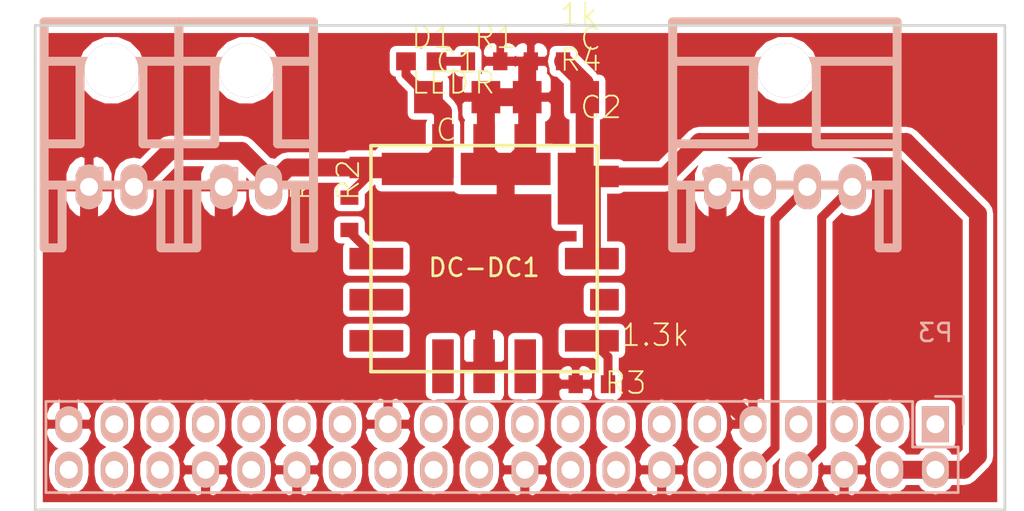
<source format=kicad_pcb>
(kicad_pcb (version 4) (host pcbnew 4.0.4-stable)

  (general
    (links 38)
    (no_connects 1)
    (area -2.100001 -0.100001 85.100001 56.100001)
    (thickness 1.6)
    (drawings 28)
    (tracks 71)
    (zones 0)
    (modules 12)
    (nets 10)
  )

  (page A4)
  (layers
    (0 F.Cu signal)
    (31 B.Cu signal)
    (32 B.Adhes user)
    (33 F.Adhes user)
    (34 B.Paste user)
    (35 F.Paste user)
    (36 B.SilkS user)
    (37 F.SilkS user)
    (38 B.Mask user)
    (39 F.Mask user)
    (40 Dwgs.User user hide)
    (41 Cmts.User user)
    (42 Eco1.User user)
    (43 Eco2.User user)
    (44 Edge.Cuts user)
    (45 Margin user)
    (46 B.CrtYd user)
    (47 F.CrtYd user)
    (48 B.Fab user)
    (49 F.Fab user)
  )

  (setup
    (last_trace_width 1)
    (user_trace_width 0.5)
    (user_trace_width 1)
    (trace_clearance 0.2)
    (zone_clearance 0.35)
    (zone_45_only no)
    (trace_min 0.2)
    (segment_width 0.2)
    (edge_width 0.15)
    (via_size 0.6)
    (via_drill 0.4)
    (via_min_size 0.4)
    (via_min_drill 0.3)
    (user_via 1.2 0.8)
    (uvia_size 0.3)
    (uvia_drill 0.1)
    (uvias_allowed no)
    (uvia_min_size 0.2)
    (uvia_min_drill 0.1)
    (pcb_text_width 0.3)
    (pcb_text_size 1.5 1.5)
    (mod_edge_width 0.15)
    (mod_text_size 1 1)
    (mod_text_width 0.15)
    (pad_size 1.7272 1.7272)
    (pad_drill 1.016)
    (pad_to_mask_clearance 0.2)
    (aux_axis_origin 0 0)
    (visible_elements 7FFFFFFF)
    (pcbplotparams
      (layerselection 0x01000_00000001)
      (usegerberextensions false)
      (excludeedgelayer true)
      (linewidth 0.100000)
      (plotframeref false)
      (viasonmask false)
      (mode 1)
      (useauxorigin false)
      (hpglpennumber 1)
      (hpglpenspeed 20)
      (hpglpendiameter 15)
      (hpglpenoverlay 2)
      (psnegative false)
      (psa4output false)
      (plotreference true)
      (plotvalue true)
      (plotinvisibletext false)
      (padsonsilk false)
      (subtractmaskfromsilk false)
      (outputformat 1)
      (mirror false)
      (drillshape 0)
      (scaleselection 1)
      (outputdirectory ""))
  )

  (net 0 "")
  (net 1 /12V)
  (net 2 /GND)
  (net 3 /5V)
  (net 4 "Net-(D1-Pad2)")
  (net 5 "Net-(DC-DC1-Pad1)")
  (net 6 "Net-(DC-DC1-Pad6)")
  (net 7 /GPIO15)
  (net 8 /GPIO14)
  (net 9 /3.3V)

  (net_class Default "これは標準のネット クラスです。"
    (clearance 0.2)
    (trace_width 0.25)
    (via_dia 0.6)
    (via_drill 0.4)
    (uvia_dia 0.3)
    (uvia_drill 0.1)
    (add_net /12V)
    (add_net /3.3V)
    (add_net /5V)
    (add_net /GND)
    (add_net /GPIO14)
    (add_net /GPIO15)
    (add_net "Net-(D1-Pad2)")
    (add_net "Net-(DC-DC1-Pad1)")
    (add_net "Net-(DC-DC1-Pad6)")
  )

  (module RP_KiCAD_Libs:C3216 (layer F.Cu) (tedit 0) (tstamp 580B443D)
    (at 50 33)
    (descr <b>CAPACITOR</b>)
    (path /5808B321)
    (fp_text reference C1 (at -1.27 -1.27) (layer F.SilkS)
      (effects (font (size 1.2065 1.2065) (thickness 0.1016)) (justify left bottom))
    )
    (fp_text value C (at -1.27 2.54) (layer F.SilkS)
      (effects (font (size 1.2065 1.2065) (thickness 0.1016)) (justify left bottom))
    )
    (fp_line (start -0.965 -0.787) (end 0.965 -0.787) (layer Dwgs.User) (width 0.1016))
    (fp_line (start -0.965 0.787) (end 0.965 0.787) (layer Dwgs.User) (width 0.1016))
    (fp_poly (pts (xy -1.7018 0.8509) (xy -0.9517 0.8509) (xy -0.9517 -0.8491) (xy -1.7018 -0.8491)) (layer Dwgs.User) (width 0))
    (fp_poly (pts (xy 0.9517 0.8491) (xy 1.7018 0.8491) (xy 1.7018 -0.8509) (xy 0.9517 -0.8509)) (layer Dwgs.User) (width 0))
    (fp_poly (pts (xy -0.3 0.5001) (xy 0.3 0.5001) (xy 0.3 -0.5001) (xy -0.3 -0.5001)) (layer F.Adhes) (width 0))
    (pad 1 smd rect (at -1.6 0) (size 1.6 1.8) (layers F.Cu F.Paste F.Mask)
      (net 1 /12V))
    (pad 2 smd rect (at 1.6 0) (size 1.6 1.8) (layers F.Cu F.Paste F.Mask)
      (net 2 /GND))
    (model Resistors_SMD.3dshapes/R_1206.wrl
      (at (xyz 0 0 0))
      (scale (xyz 1 1 1))
      (rotate (xyz 0 0 0))
    )
  )

  (module RP_KiCAD_Libs:C3216 (layer F.Cu) (tedit 0) (tstamp 580B4443)
    (at 55.5 33 180)
    (descr <b>CAPACITOR</b>)
    (path /5808AECF)
    (fp_text reference C2 (at -1.27 -1.27 180) (layer F.SilkS)
      (effects (font (size 1.2065 1.2065) (thickness 0.1016)) (justify left bottom))
    )
    (fp_text value C (at -1.27 2.54 180) (layer F.SilkS)
      (effects (font (size 1.2065 1.2065) (thickness 0.1016)) (justify left bottom))
    )
    (fp_line (start -0.965 -0.787) (end 0.965 -0.787) (layer Dwgs.User) (width 0.1016))
    (fp_line (start -0.965 0.787) (end 0.965 0.787) (layer Dwgs.User) (width 0.1016))
    (fp_poly (pts (xy -1.7018 0.8509) (xy -0.9517 0.8509) (xy -0.9517 -0.8491) (xy -1.7018 -0.8491)) (layer Dwgs.User) (width 0))
    (fp_poly (pts (xy 0.9517 0.8491) (xy 1.7018 0.8491) (xy 1.7018 -0.8509) (xy 0.9517 -0.8509)) (layer Dwgs.User) (width 0))
    (fp_poly (pts (xy -0.3 0.5001) (xy 0.3 0.5001) (xy 0.3 -0.5001) (xy -0.3 -0.5001)) (layer F.Adhes) (width 0))
    (pad 1 smd rect (at -1.6 0 180) (size 1.6 1.8) (layers F.Cu F.Paste F.Mask)
      (net 3 /5V))
    (pad 2 smd rect (at 1.6 0 180) (size 1.6 1.8) (layers F.Cu F.Paste F.Mask)
      (net 2 /GND))
    (model Resistors_SMD.3dshapes/R_1206.wrl
      (at (xyz 0 0 0))
      (scale (xyz 1 1 1))
      (rotate (xyz 0 0 0))
    )
  )

  (module RP_KiCAD_Libs:C1608 (layer F.Cu) (tedit 0) (tstamp 580B4449)
    (at 48 31)
    (descr <b>CAPACITOR</b>)
    (path /5808B7FF)
    (fp_text reference D1 (at -0.635 -0.635) (layer F.SilkS)
      (effects (font (size 1.2065 1.2065) (thickness 0.1016)) (justify left bottom))
    )
    (fp_text value LED (at -0.635 1.905) (layer F.SilkS)
      (effects (font (size 1.2065 1.2065) (thickness 0.1016)) (justify left bottom))
    )
    (fp_line (start -0.356 -0.432) (end 0.356 -0.432) (layer Dwgs.User) (width 0.1016))
    (fp_line (start -0.356 0.419) (end 0.356 0.419) (layer Dwgs.User) (width 0.1016))
    (fp_poly (pts (xy -0.8382 0.4699) (xy -0.3381 0.4699) (xy -0.3381 -0.4801) (xy -0.8382 -0.4801)) (layer Dwgs.User) (width 0))
    (fp_poly (pts (xy 0.3302 0.4699) (xy 0.8303 0.4699) (xy 0.8303 -0.4801) (xy 0.3302 -0.4801)) (layer Dwgs.User) (width 0))
    (fp_poly (pts (xy -0.1999 0.3) (xy 0.1999 0.3) (xy 0.1999 -0.3) (xy -0.1999 -0.3)) (layer F.Adhes) (width 0))
    (pad 1 smd rect (at -0.85 0) (size 1.1 1) (layers F.Cu F.Paste F.Mask)
      (net 1 /12V))
    (pad 2 smd rect (at 0.85 0) (size 1.1 1) (layers F.Cu F.Paste F.Mask)
      (net 4 "Net-(D1-Pad2)"))
    (model Resistors_SMD.3dshapes/R_0603.wrl
      (at (xyz 0 0 0))
      (scale (xyz 1 1 1))
      (rotate (xyz 0 0 0))
    )
  )

  (module Converters_DCDC_ACDC:OKL_T6 (layer F.Cu) (tedit 580B40ED) (tstamp 580B4462)
    (at 51.5 42)
    (path /5808A8D6)
    (fp_text reference DC-DC1 (at 0 0.5) (layer F.SilkS)
      (effects (font (size 1 1) (thickness 0.15)))
    )
    (fp_text value OKL-T3_series (at 0 -0.5) (layer F.Fab)
      (effects (font (size 1 1) (thickness 0.15)))
    )
    (fp_line (start -6.3 -6.3) (end -6.3 6.3) (layer F.SilkS) (width 0.2))
    (fp_line (start -6.3 6.3) (end 6.3 6.3) (layer F.SilkS) (width 0.2))
    (fp_line (start 6.3 6.3) (end 6.3 -6.3) (layer F.SilkS) (width 0.2))
    (fp_line (start 6.3 -6.3) (end -6.3 -6.3) (layer F.SilkS) (width 0.2))
    (pad 3 smd rect (at 0 -6) (size 1.2 3) (layers F.Cu F.Paste F.Mask)
      (net 2 /GND))
    (pad 2 smd rect (at -2.29 -6) (size 1.2 3) (layers F.Cu F.Paste F.Mask)
      (net 1 /12V))
    (pad 1 smd rect (at -6 0) (size 3 1.2) (layers F.Cu F.Paste F.Mask)
      (net 5 "Net-(DC-DC1-Pad1)"))
    (pad 2 smd rect (at -6 -5.08) (size 3 1.2) (layers F.Cu F.Paste F.Mask)
      (net 1 /12V))
    (pad 3 smd rect (at 2.29 -6) (size 1.2 3) (layers F.Cu F.Paste F.Mask)
      (net 2 /GND))
    (pad 4 smd rect (at 6 -4.58) (size 3 1.2) (layers F.Cu F.Paste F.Mask)
      (net 3 /5V))
    (pad 5 smd rect (at 6 0) (size 3 1.2) (layers F.Cu F.Paste F.Mask)
      (net 3 /5V))
    (pad 6 smd rect (at 6 4.58) (size 3 1.2) (layers F.Cu F.Paste F.Mask)
      (net 6 "Net-(DC-DC1-Pad6)"))
    (pad 7 smd rect (at 0 6) (size 1.2 3) (layers F.Cu F.Paste F.Mask)
      (net 2 /GND))
    (pad 8 smd rect (at -2.29 6) (size 1.2 3) (layers F.Cu F.Paste F.Mask))
    (pad 9 smd rect (at -6 4.58) (size 3 1.2) (layers F.Cu F.Paste F.Mask))
    (pad 10 smd rect (at -6 2.29) (size 3 1.2) (layers F.Cu F.Paste F.Mask))
    (pad 11 smd rect (at 6.7 2.29) (size 1.6 1.2) (layers F.Cu F.Paste F.Mask))
    (pad 12 smd rect (at 2.29 6) (size 1.2 3) (layers F.Cu F.Paste F.Mask))
    (pad 3 smd rect (at 1.2 -5) (size 5 1.8) (layers F.Cu F.Paste F.Mask)
      (net 2 /GND))
    (pad 4 smd rect (at 5 -3.9) (size 1.8 4) (layers F.Cu F.Paste F.Mask)
      (net 3 /5V))
    (pad 2 smd rect (at -3.7 -5) (size 4 1.8) (layers F.Cu F.Paste F.Mask)
      (net 1 /12V))
  )

  (module RP_KiCAD_Connector:XA_2LC (layer B.Cu) (tedit 5763B232) (tstamp 580B4469)
    (at 29.5 38)
    (path /5808B579)
    (fp_text reference P1 (at 0 -0.5) (layer B.SilkS)
      (effects (font (size 1 1) (thickness 0.15)) (justify mirror))
    )
    (fp_text value CONN_01X02 (at 0 0.5) (layer B.Fab)
      (effects (font (size 1 1) (thickness 0.15)) (justify mirror))
    )
    (fp_line (start -1.5 3.4) (end -2.5 3.4) (layer B.SilkS) (width 0.5))
    (fp_line (start 5 3.4) (end 4 3.4) (layer B.SilkS) (width 0.5))
    (fp_line (start 4 3.4) (end 4 -0.1) (layer B.SilkS) (width 0.5))
    (fp_line (start -1.5 3.4) (end -1.5 -0.1) (layer B.SilkS) (width 0.5))
    (fp_line (start 3 -2.4) (end 5 -2.4) (layer B.SilkS) (width 0.5))
    (fp_line (start -0.5 -2.4) (end -2.5 -2.4) (layer B.SilkS) (width 0.5))
    (fp_line (start 3 -2.4) (end 3 -7) (layer B.SilkS) (width 0.5))
    (fp_line (start -0.5 -2.4) (end -0.5 -7) (layer B.SilkS) (width 0.5))
    (fp_line (start -2.5 -0.1) (end 5 -0.1) (layer B.SilkS) (width 0.5))
    (fp_line (start -2.5 -7) (end 5 -7) (layer B.SilkS) (width 0.5))
    (fp_line (start -2.5 -9.2) (end 5 -9.2) (layer B.SilkS) (width 0.5))
    (fp_line (start 5 3.4) (end 5 -9.2) (layer B.SilkS) (width 0.5))
    (fp_line (start -2.5 3.4) (end -2.5 -9.2) (layer B.SilkS) (width 0.5))
    (pad 1 thru_hole oval (at 0 0) (size 1.5 2.5) (drill 1) (layers *.Cu *.Mask B.SilkS)
      (net 2 /GND))
    (pad 2 thru_hole oval (at 2.5 0) (size 1.5 2.5) (drill 1) (layers *.Cu *.Mask B.SilkS)
      (net 1 /12V))
    (pad "" thru_hole circle (at 1.25 -6.5) (size 3 3) (drill 3) (layers *.Cu *.Mask B.SilkS)
      (clearance -0.3))
    (model conn_XA/XA_2S.wrl
      (at (xyz 0.05 -0.2 0))
      (scale (xyz 4 4 4))
      (rotate (xyz 0 0 180))
    )
  )

  (module RP_KiCAD_Connector:XA_4LC (layer B.Cu) (tedit 5763BBB7) (tstamp 580B4472)
    (at 64.5 38)
    (path /580AEE45)
    (fp_text reference P2 (at 0 -0.5) (layer B.SilkS)
      (effects (font (size 1 1) (thickness 0.15)) (justify mirror))
    )
    (fp_text value CONN_01X04 (at 0 0.5) (layer B.Fab)
      (effects (font (size 1 1) (thickness 0.15)) (justify mirror))
    )
    (fp_line (start 10 3.4) (end 9 3.4) (layer B.SilkS) (width 0.5))
    (fp_line (start 9 3.4) (end 9 -0.1) (layer B.SilkS) (width 0.5))
    (fp_line (start -2.5 3.4) (end -1.5 3.4) (layer B.SilkS) (width 0.5))
    (fp_line (start -1.5 3.4) (end -1.5 -0.1) (layer B.SilkS) (width 0.5))
    (fp_line (start 10 -0.1) (end -2.5 -0.1) (layer B.SilkS) (width 0.5))
    (fp_line (start 5.5 -2.4) (end 10 -2.4) (layer B.SilkS) (width 0.5))
    (fp_line (start 2 -2.4) (end -2.5 -2.4) (layer B.SilkS) (width 0.5))
    (fp_line (start 5.5 -2.4) (end 5.5 -7) (layer B.SilkS) (width 0.5))
    (fp_line (start 2 -2.4) (end 2 -7) (layer B.SilkS) (width 0.5))
    (fp_line (start -2.5 -7) (end 10 -7) (layer B.SilkS) (width 0.5))
    (fp_line (start 10 3.4) (end 10 -9.2) (layer B.SilkS) (width 0.5))
    (fp_line (start 10 -9.2) (end -2.5 -9.2) (layer B.SilkS) (width 0.5))
    (fp_line (start -2.5 3.4) (end -2.5 -9.2) (layer B.SilkS) (width 0.5))
    (pad 1 thru_hole oval (at 0 0) (size 1.5 2.5) (drill 1) (layers *.Cu *.Mask B.SilkS)
      (net 2 /GND))
    (pad 2 thru_hole oval (at 2.5 0) (size 1.5 2.5) (drill 1) (layers *.Cu *.Mask B.SilkS))
    (pad 3 thru_hole oval (at 5 0) (size 1.5 2.5) (drill 1) (layers *.Cu *.Mask B.SilkS)
      (net 7 /GPIO15))
    (pad 4 thru_hole oval (at 7.5 0) (size 1.5 2.5) (drill 1) (layers *.Cu *.Mask B.SilkS)
      (net 8 /GPIO14))
    (pad "" thru_hole circle (at 3.75 -6.5) (size 3 3) (drill 3) (layers *.Cu *.Mask B.SilkS)
      (clearance -0.3))
    (model conn_XA/XA_4S.wrl
      (at (xyz 0.15 -0.2 0))
      (scale (xyz 4 4 4))
      (rotate (xyz 0 0 180))
    )
  )

  (module RP_KiCAD_Libs:C1608_WP (layer F.Cu) (tedit 57C3E677) (tstamp 58299487)
    (at 51.5 31)
    (descr <b>CAPACITOR</b>)
    (path /5808B7AE)
    (fp_text reference R1 (at -0.635 -0.635) (layer F.SilkS)
      (effects (font (size 1.2065 1.2065) (thickness 0.1016)) (justify left bottom))
    )
    (fp_text value R (at -0.635 1.905) (layer F.SilkS)
      (effects (font (size 1.2065 1.2065) (thickness 0.1016)) (justify left bottom))
    )
    (fp_line (start -0.356 -0.432) (end 0.356 -0.432) (layer Dwgs.User) (width 0.1016))
    (fp_line (start -0.356 0.419) (end 0.356 0.419) (layer Dwgs.User) (width 0.1016))
    (fp_poly (pts (xy -0.8382 0.4699) (xy -0.3381 0.4699) (xy -0.3381 -0.4801) (xy -0.8382 -0.4801)) (layer Dwgs.User) (width 0))
    (fp_poly (pts (xy 0.3302 0.4699) (xy 0.8303 0.4699) (xy 0.8303 -0.4801) (xy 0.3302 -0.4801)) (layer Dwgs.User) (width 0))
    (fp_poly (pts (xy -0.1999 0.3) (xy 0.1999 0.3) (xy 0.1999 -0.3) (xy -0.1999 -0.3)) (layer F.Adhes) (width 0))
    (pad 1 smd rect (at -0.9 0) (size 0.8 1) (layers F.Cu F.Paste F.Mask)
      (net 4 "Net-(D1-Pad2)"))
    (pad 2 smd rect (at 0.9 0) (size 0.8 1) (layers F.Cu F.Paste F.Mask)
      (net 2 /GND))
    (model Resistors_SMD.3dshapes/R_0603.wrl
      (at (xyz 0 0 0))
      (scale (xyz 1 1 1))
      (rotate (xyz 0 0 0))
    )
  )

  (module RP_KiCAD_Libs:C1608_WP (layer F.Cu) (tedit 57C3E677) (tstamp 5829948C)
    (at 44 39.5 270)
    (descr <b>CAPACITOR</b>)
    (path /5808AB36)
    (fp_text reference R2 (at -0.635 -0.635 270) (layer F.SilkS)
      (effects (font (size 1.2065 1.2065) (thickness 0.1016)) (justify left bottom))
    )
    (fp_text value R (at -0.635 1.905 270) (layer F.SilkS)
      (effects (font (size 1.2065 1.2065) (thickness 0.1016)) (justify left bottom))
    )
    (fp_line (start -0.356 -0.432) (end 0.356 -0.432) (layer Dwgs.User) (width 0.1016))
    (fp_line (start -0.356 0.419) (end 0.356 0.419) (layer Dwgs.User) (width 0.1016))
    (fp_poly (pts (xy -0.8382 0.4699) (xy -0.3381 0.4699) (xy -0.3381 -0.4801) (xy -0.8382 -0.4801)) (layer Dwgs.User) (width 0))
    (fp_poly (pts (xy 0.3302 0.4699) (xy 0.8303 0.4699) (xy 0.8303 -0.4801) (xy 0.3302 -0.4801)) (layer Dwgs.User) (width 0))
    (fp_poly (pts (xy -0.1999 0.3) (xy 0.1999 0.3) (xy 0.1999 -0.3) (xy -0.1999 -0.3)) (layer F.Adhes) (width 0))
    (pad 1 smd rect (at -0.9 0 270) (size 0.8 1) (layers F.Cu F.Paste F.Mask)
      (net 1 /12V))
    (pad 2 smd rect (at 0.9 0 270) (size 0.8 1) (layers F.Cu F.Paste F.Mask)
      (net 5 "Net-(DC-DC1-Pad1)"))
    (model Resistors_SMD.3dshapes/R_0603.wrl
      (at (xyz 0 0 0))
      (scale (xyz 1 1 1))
      (rotate (xyz 0 0 0))
    )
  )

  (module RP_KiCAD_Libs:C1608_WP (layer F.Cu) (tedit 58299351) (tstamp 58299491)
    (at 57.5 49 180)
    (descr <b>CAPACITOR</b>)
    (path /5808AB70)
    (fp_text reference R3 (at -0.635 -0.635 180) (layer F.SilkS)
      (effects (font (size 1.2065 1.2065) (thickness 0.1016)) (justify left bottom))
    )
    (fp_text value 1.3k (at -1.524 2.032 180) (layer F.SilkS)
      (effects (font (size 1.2065 1.2065) (thickness 0.1016)) (justify left bottom))
    )
    (fp_line (start -0.356 -0.432) (end 0.356 -0.432) (layer Dwgs.User) (width 0.1016))
    (fp_line (start -0.356 0.419) (end 0.356 0.419) (layer Dwgs.User) (width 0.1016))
    (fp_poly (pts (xy -0.8382 0.4699) (xy -0.3381 0.4699) (xy -0.3381 -0.4801) (xy -0.8382 -0.4801)) (layer Dwgs.User) (width 0))
    (fp_poly (pts (xy 0.3302 0.4699) (xy 0.8303 0.4699) (xy 0.8303 -0.4801) (xy 0.3302 -0.4801)) (layer Dwgs.User) (width 0))
    (fp_poly (pts (xy -0.1999 0.3) (xy 0.1999 0.3) (xy 0.1999 -0.3) (xy -0.1999 -0.3)) (layer F.Adhes) (width 0))
    (pad 1 smd rect (at -0.9 0 180) (size 0.8 1) (layers F.Cu F.Paste F.Mask)
      (net 6 "Net-(DC-DC1-Pad6)"))
    (pad 2 smd rect (at 0.9 0 180) (size 0.8 1) (layers F.Cu F.Paste F.Mask)
      (net 2 /GND))
    (model Resistors_SMD.3dshapes/R_0603.wrl
      (at (xyz 0 0 0))
      (scale (xyz 1 1 1))
      (rotate (xyz 0 0 0))
    )
  )

  (module RP_KiCAD_Libs:C1608_WP (layer F.Cu) (tedit 57C3E677) (tstamp 58299496)
    (at 55 31 180)
    (descr <b>CAPACITOR</b>)
    (path /5808ADEC)
    (fp_text reference R4 (at -0.635 -0.635 180) (layer F.SilkS)
      (effects (font (size 1.2065 1.2065) (thickness 0.1016)) (justify left bottom))
    )
    (fp_text value 1k (at -0.635 1.905 180) (layer F.SilkS)
      (effects (font (size 1.2065 1.2065) (thickness 0.1016)) (justify left bottom))
    )
    (fp_line (start -0.356 -0.432) (end 0.356 -0.432) (layer Dwgs.User) (width 0.1016))
    (fp_line (start -0.356 0.419) (end 0.356 0.419) (layer Dwgs.User) (width 0.1016))
    (fp_poly (pts (xy -0.8382 0.4699) (xy -0.3381 0.4699) (xy -0.3381 -0.4801) (xy -0.8382 -0.4801)) (layer Dwgs.User) (width 0))
    (fp_poly (pts (xy 0.3302 0.4699) (xy 0.8303 0.4699) (xy 0.8303 -0.4801) (xy 0.3302 -0.4801)) (layer Dwgs.User) (width 0))
    (fp_poly (pts (xy -0.1999 0.3) (xy 0.1999 0.3) (xy 0.1999 -0.3) (xy -0.1999 -0.3)) (layer F.Adhes) (width 0))
    (pad 1 smd rect (at -0.9 0 180) (size 0.8 1) (layers F.Cu F.Paste F.Mask)
      (net 3 /5V))
    (pad 2 smd rect (at 0.9 0 180) (size 0.8 1) (layers F.Cu F.Paste F.Mask)
      (net 2 /GND))
    (model Resistors_SMD.3dshapes/R_0603.wrl
      (at (xyz 0 0 0))
      (scale (xyz 1 1 1))
      (rotate (xyz 0 0 0))
    )
  )

  (module RP_KiCAD_Connector:XA_2LC (layer B.Cu) (tedit 5763B232) (tstamp 583FF698)
    (at 37 38)
    (path /583FF6DA)
    (fp_text reference P4 (at 0 -0.5) (layer B.SilkS)
      (effects (font (size 1 1) (thickness 0.15)) (justify mirror))
    )
    (fp_text value CONN_01X02 (at 0 0.5) (layer B.Fab)
      (effects (font (size 1 1) (thickness 0.15)) (justify mirror))
    )
    (fp_line (start -1.5 3.4) (end -2.5 3.4) (layer B.SilkS) (width 0.5))
    (fp_line (start 5 3.4) (end 4 3.4) (layer B.SilkS) (width 0.5))
    (fp_line (start 4 3.4) (end 4 -0.1) (layer B.SilkS) (width 0.5))
    (fp_line (start -1.5 3.4) (end -1.5 -0.1) (layer B.SilkS) (width 0.5))
    (fp_line (start 3 -2.4) (end 5 -2.4) (layer B.SilkS) (width 0.5))
    (fp_line (start -0.5 -2.4) (end -2.5 -2.4) (layer B.SilkS) (width 0.5))
    (fp_line (start 3 -2.4) (end 3 -7) (layer B.SilkS) (width 0.5))
    (fp_line (start -0.5 -2.4) (end -0.5 -7) (layer B.SilkS) (width 0.5))
    (fp_line (start -2.5 -0.1) (end 5 -0.1) (layer B.SilkS) (width 0.5))
    (fp_line (start -2.5 -7) (end 5 -7) (layer B.SilkS) (width 0.5))
    (fp_line (start -2.5 -9.2) (end 5 -9.2) (layer B.SilkS) (width 0.5))
    (fp_line (start 5 3.4) (end 5 -9.2) (layer B.SilkS) (width 0.5))
    (fp_line (start -2.5 3.4) (end -2.5 -9.2) (layer B.SilkS) (width 0.5))
    (pad 1 thru_hole oval (at 0 0) (size 1.5 2.5) (drill 1) (layers *.Cu *.Mask B.SilkS)
      (net 2 /GND))
    (pad 2 thru_hole oval (at 2.5 0) (size 1.5 2.5) (drill 1) (layers *.Cu *.Mask B.SilkS)
      (net 1 /12V))
    (pad "" thru_hole circle (at 1.25 -6.5) (size 3 3) (drill 3) (layers *.Cu *.Mask B.SilkS)
      (clearance -0.3))
    (model conn_XA/XA_2S.wrl
      (at (xyz 0.05 -0.2 0))
      (scale (xyz 4 4 4))
      (rotate (xyz 0 0 180))
    )
  )

  (module RP_KiCAD_Libs:Socket_Strip_Straight_2x20 (layer B.Cu) (tedit 58400451) (tstamp 5840192E)
    (at 76.63 51.23 180)
    (descr "Through hole socket strip")
    (tags "socket strip")
    (path /58089F36)
    (fp_text reference P3 (at 0 5.1 180) (layer B.SilkS)
      (effects (font (size 1 1) (thickness 0.15)) (justify mirror))
    )
    (fp_text value CONN_02X20 (at 0 3.1 180) (layer B.Fab)
      (effects (font (size 1 1) (thickness 0.15)) (justify mirror))
    )
    (fp_line (start -1.75 1.75) (end -1.75 -4.3) (layer B.CrtYd) (width 0.05))
    (fp_line (start 50.05 1.75) (end 50.05 -4.3) (layer B.CrtYd) (width 0.05))
    (fp_line (start -1.75 1.75) (end 50.05 1.75) (layer B.CrtYd) (width 0.05))
    (fp_line (start -1.75 -4.3) (end 50.05 -4.3) (layer B.CrtYd) (width 0.05))
    (fp_line (start 49.53 -3.81) (end -1.27 -3.81) (layer B.SilkS) (width 0.15))
    (fp_line (start 1.27 1.27) (end 49.53 1.27) (layer B.SilkS) (width 0.15))
    (fp_line (start 49.53 -3.81) (end 49.53 1.27) (layer B.SilkS) (width 0.15))
    (fp_line (start -1.27 -3.81) (end -1.27 -1.27) (layer B.SilkS) (width 0.15))
    (fp_line (start 0 1.55) (end -1.55 1.55) (layer B.SilkS) (width 0.15))
    (fp_line (start -1.27 -1.27) (end 1.27 -1.27) (layer B.SilkS) (width 0.15))
    (fp_line (start 1.27 -1.27) (end 1.27 1.27) (layer B.SilkS) (width 0.15))
    (fp_line (start -1.55 1.55) (end -1.55 0) (layer B.SilkS) (width 0.15))
    (pad 1 thru_hole rect (at 0 0 180) (size 1.5 2) (drill 1) (layers *.Cu *.Mask B.SilkS)
      (net 9 /3.3V))
    (pad 2 thru_hole oval (at 0 -2.54 180) (size 1.5 2) (drill 1) (layers *.Cu *.Mask B.SilkS)
      (net 3 /5V))
    (pad 3 thru_hole oval (at 2.54 0 180) (size 1.5 2) (drill 1) (layers *.Cu *.Mask B.SilkS))
    (pad 4 thru_hole oval (at 2.54 -2.54 180) (size 1.5 2) (drill 1) (layers *.Cu *.Mask B.SilkS)
      (net 3 /5V))
    (pad 5 thru_hole oval (at 5.08 0 180) (size 1.5 2) (drill 1) (layers *.Cu *.Mask B.SilkS))
    (pad 6 thru_hole oval (at 5.08 -2.54 180) (size 1.5 2) (drill 1) (layers *.Cu *.Mask B.SilkS)
      (net 2 /GND))
    (pad 7 thru_hole oval (at 7.62 0 180) (size 1.5 2) (drill 1) (layers *.Cu *.Mask B.SilkS))
    (pad 8 thru_hole oval (at 7.62 -2.54 180) (size 1.5 2) (drill 1) (layers *.Cu *.Mask B.SilkS)
      (net 8 /GPIO14))
    (pad 9 thru_hole oval (at 10.16 0 180) (size 1.5 2) (drill 1) (layers *.Cu *.Mask B.SilkS)
      (net 2 /GND))
    (pad 10 thru_hole oval (at 10.16 -2.54 180) (size 1.5 2) (drill 1) (layers *.Cu *.Mask B.SilkS)
      (net 7 /GPIO15))
    (pad 11 thru_hole oval (at 12.7 0 180) (size 1.5 2) (drill 1) (layers *.Cu *.Mask B.SilkS))
    (pad 12 thru_hole oval (at 12.7 -2.54 180) (size 1.5 2) (drill 1) (layers *.Cu *.Mask B.SilkS))
    (pad 13 thru_hole oval (at 15.24 0 180) (size 1.5 2) (drill 1) (layers *.Cu *.Mask B.SilkS))
    (pad 14 thru_hole oval (at 15.24 -2.54 180) (size 1.5 2) (drill 1) (layers *.Cu *.Mask B.SilkS)
      (net 2 /GND))
    (pad 15 thru_hole oval (at 17.78 0 180) (size 1.5 2) (drill 1) (layers *.Cu *.Mask B.SilkS))
    (pad 16 thru_hole oval (at 17.78 -2.54 180) (size 1.5 2) (drill 1) (layers *.Cu *.Mask B.SilkS))
    (pad 17 thru_hole oval (at 20.32 0 180) (size 1.5 2) (drill 1) (layers *.Cu *.Mask B.SilkS)
      (net 9 /3.3V))
    (pad 18 thru_hole oval (at 20.32 -2.54 180) (size 1.5 2) (drill 1) (layers *.Cu *.Mask B.SilkS))
    (pad 19 thru_hole oval (at 22.86 0 180) (size 1.5 2) (drill 1) (layers *.Cu *.Mask B.SilkS))
    (pad 20 thru_hole oval (at 22.86 -2.54 180) (size 1.5 2) (drill 1) (layers *.Cu *.Mask B.SilkS)
      (net 2 /GND))
    (pad 21 thru_hole oval (at 25.4 0 180) (size 1.5 2) (drill 1) (layers *.Cu *.Mask B.SilkS))
    (pad 22 thru_hole oval (at 25.4 -2.54 180) (size 1.5 2) (drill 1) (layers *.Cu *.Mask B.SilkS))
    (pad 23 thru_hole oval (at 27.94 0 180) (size 1.5 2) (drill 1) (layers *.Cu *.Mask B.SilkS))
    (pad 24 thru_hole oval (at 27.94 -2.54 180) (size 1.5 2) (drill 1) (layers *.Cu *.Mask B.SilkS))
    (pad 25 thru_hole oval (at 30.48 0 180) (size 1.5 2) (drill 1) (layers *.Cu *.Mask B.SilkS)
      (net 2 /GND))
    (pad 26 thru_hole oval (at 30.48 -2.54 180) (size 1.5 2) (drill 1) (layers *.Cu *.Mask B.SilkS))
    (pad 27 thru_hole oval (at 33.02 0 180) (size 1.5 2) (drill 1) (layers *.Cu *.Mask B.SilkS))
    (pad 28 thru_hole oval (at 33.02 -2.54 180) (size 1.5 2) (drill 1) (layers *.Cu *.Mask B.SilkS))
    (pad 29 thru_hole oval (at 35.56 0 180) (size 1.5 2) (drill 1) (layers *.Cu *.Mask B.SilkS))
    (pad 30 thru_hole oval (at 35.56 -2.54 180) (size 1.5 2) (drill 1) (layers *.Cu *.Mask B.SilkS)
      (net 2 /GND))
    (pad 31 thru_hole oval (at 38.1 0 180) (size 1.5 2) (drill 1) (layers *.Cu *.Mask B.SilkS))
    (pad 32 thru_hole oval (at 38.1 -2.54 180) (size 1.5 2) (drill 1) (layers *.Cu *.Mask B.SilkS))
    (pad 33 thru_hole oval (at 40.64 0 180) (size 1.5 2) (drill 1) (layers *.Cu *.Mask B.SilkS))
    (pad 34 thru_hole oval (at 40.64 -2.54 180) (size 1.5 2) (drill 1) (layers *.Cu *.Mask B.SilkS)
      (net 2 /GND))
    (pad 35 thru_hole oval (at 43.18 0 180) (size 1.5 2) (drill 1) (layers *.Cu *.Mask B.SilkS))
    (pad 36 thru_hole oval (at 43.18 -2.54 180) (size 1.5 2) (drill 1) (layers *.Cu *.Mask B.SilkS))
    (pad 37 thru_hole oval (at 45.72 0 180) (size 1.5 2) (drill 1) (layers *.Cu *.Mask B.SilkS))
    (pad 38 thru_hole oval (at 45.72 -2.54 180) (size 1.5 2) (drill 1) (layers *.Cu *.Mask B.SilkS))
    (pad 39 thru_hole oval (at 48.26 0 180) (size 1.5 2) (drill 1) (layers *.Cu *.Mask B.SilkS)
      (net 2 /GND))
    (pad 40 thru_hole oval (at 48.26 -2.54 180) (size 1.5 2) (drill 1) (layers *.Cu *.Mask B.SilkS))
    (model Socket_Strips.3dshapes/Socket_Strip_Straight_2x20.wrl
      (at (xyz 0.95 -0.05 0))
      (scale (xyz 1 1 1))
      (rotate (xyz 0 0 180))
    )
  )

  (gr_line (start 26.5 56) (end 80.5 56) (angle 90) (layer Edge.Cuts) (width 0.15))
  (gr_line (start 80.5 29) (end 26.5 29) (angle 90) (layer Edge.Cuts) (width 0.15))
  (gr_line (start 80.5 29) (end 80.5 56) (angle 90) (layer Edge.Cuts) (width 0.15))
  (gr_line (start 26.5 56) (end 26.5 29) (angle 90) (layer Edge.Cuts) (width 0.15))
  (gr_circle (center 23.5 52.5) (end 24.5 52.5) (layer Dwgs.User) (width 0.2))
  (gr_circle (center 81.5 52.5) (end 82.5 52.5) (layer Dwgs.User) (width 0.2))
  (gr_circle (center 81.5 3.5) (end 82.5 3.5) (layer Dwgs.User) (width 0.2))
  (gr_circle (center 23.5 3.5) (end 24.5 3.5) (layer Dwgs.User) (width 0.2))
  (gr_line (start 85 3.5) (end 85 52.5) (angle 90) (layer Dwgs.User) (width 0.2))
  (gr_line (start 3.5 0) (end 81.5 0) (angle 90) (layer Dwgs.User) (width 0.2))
  (gr_line (start 0 52.5) (end 0 3.5) (angle 90) (layer Dwgs.User) (width 0.2))
  (gr_line (start 81.5 56) (end 3.5 56) (angle 90) (layer Dwgs.User) (width 0.2))
  (gr_arc (start 81.5 52.5) (end 81.5 56) (angle -90) (layer Dwgs.User) (width 0.2))
  (gr_arc (start 81.5 3.5) (end 85 3.5) (angle -90) (layer Dwgs.User) (width 0.2))
  (gr_arc (start 3.5 3.5) (end 3.5 0) (angle -90) (layer Dwgs.User) (width 0.2))
  (gr_arc (start 3.5 52.5) (end 0 52.5) (angle -90) (layer Dwgs.User) (width 0.2))
  (gr_line (start 20.5 18.5) (end -2 18.5) (angle 90) (layer Dwgs.User) (width 0.2))
  (gr_line (start 20.5 2.5) (end 20.5 18.5) (angle 90) (layer Dwgs.User) (width 0.2))
  (gr_line (start -2 2.5) (end 20.5 2.5) (angle 90) (layer Dwgs.User) (width 0.2))
  (gr_line (start -2 18.5) (end -2 2.5) (angle 90) (layer Dwgs.User) (width 0.2))
  (gr_line (start 15 35) (end -2 35) (angle 90) (layer Dwgs.User) (width 0.2))
  (gr_line (start 15 21.5) (end 15 35) (angle 90) (layer Dwgs.User) (width 0.2))
  (gr_line (start -2 21.5) (end 15 21.5) (angle 90) (layer Dwgs.User) (width 0.2))
  (gr_line (start -2 35) (end -2 21.5) (angle 90) (layer Dwgs.User) (width 0.2))
  (gr_line (start 15 53.5) (end -2 53.5) (angle 90) (layer Dwgs.User) (width 0.2))
  (gr_line (start 15 40) (end 15 53.5) (angle 90) (layer Dwgs.User) (width 0.2))
  (gr_line (start -2 40) (end 15 40) (angle 90) (layer Dwgs.User) (width 0.2))
  (gr_line (start -2 53.5) (end -2 40) (angle 90) (layer Dwgs.User) (width 0.2))

  (segment (start 39.5 38) (end 40.58 36.92) (width 1) (layer F.Cu) (net 1))
  (segment (start 40.58 36.92) (end 45.5 36.92) (width 1) (layer F.Cu) (net 1) (tstamp 584005CD))
  (segment (start 32 38) (end 34 36) (width 1) (layer F.Cu) (net 1))
  (segment (start 38 36) (end 39.5 37.5) (width 1) (layer F.Cu) (net 1) (tstamp 584005C9))
  (segment (start 34 36) (end 38 36) (width 1) (layer F.Cu) (net 1) (tstamp 584005C8))
  (segment (start 39.5 37.5) (end 39.5 38) (width 1) (layer F.Cu) (net 1) (tstamp 584005CA))
  (segment (start 44 38.6) (end 44 38.42) (width 0.5) (layer F.Cu) (net 1))
  (segment (start 44 38.42) (end 45.5 36.92) (width 0.5) (layer F.Cu) (net 1) (tstamp 58400559))
  (segment (start 49.21 36) (end 48.21 37) (width 1) (layer F.Cu) (net 1))
  (segment (start 48.21 37) (end 47.8 37) (width 1) (layer F.Cu) (net 1) (tstamp 58400533))
  (segment (start 47.8 37) (end 45.58 37) (width 1) (layer F.Cu) (net 1))
  (segment (start 45.58 37) (end 45.5 36.92) (width 1) (layer F.Cu) (net 1) (tstamp 58400530))
  (segment (start 47.15 31) (end 47.15 31.75) (width 0.5) (layer F.Cu) (net 1))
  (segment (start 47.15 31.75) (end 48.4 33) (width 0.5) (layer F.Cu) (net 1) (tstamp 58400521))
  (segment (start 48.4 33) (end 49.21 33.81) (width 1) (layer F.Cu) (net 1))
  (segment (start 49.21 33.81) (end 49.21 36) (width 1) (layer F.Cu) (net 1) (tstamp 5840051E))
  (segment (start 52.7 37) (end 52.7 41.3) (width 1) (layer F.Cu) (net 2) (status 400000))
  (segment (start 52.7 41.3) (end 51.5 42.5) (width 1) (layer F.Cu) (net 2) (tstamp 58401975))
  (segment (start 66.47 51.23) (end 64.5 49.26) (width 1) (layer F.Cu) (net 2))
  (segment (start 64.5 49.26) (end 64.5 38) (width 1) (layer F.Cu) (net 2) (tstamp 584005D1))
  (segment (start 29.5 42) (end 35.5 42) (width 1) (layer F.Cu) (net 2))
  (segment (start 37 40.5) (end 37 38) (width 1) (layer F.Cu) (net 2) (tstamp 584005C5))
  (segment (start 35.5 42) (end 37 40.5) (width 1) (layer F.Cu) (net 2) (tstamp 584005C4))
  (segment (start 29.5 38) (end 29.5 42) (width 1) (layer F.Cu) (net 2))
  (segment (start 28.37 43.13) (end 28.37 51.23) (width 1) (layer F.Cu) (net 2) (tstamp 584005C1))
  (segment (start 29.5 42) (end 28.37 43.13) (width 1) (layer F.Cu) (net 2) (tstamp 584005C0))
  (segment (start 56.6 49) (end 55.5 49) (width 0.5) (layer F.Cu) (net 2))
  (segment (start 54 45) (end 51.5 45) (width 0.5) (layer F.Cu) (net 2) (tstamp 58400562))
  (segment (start 55 46) (end 54 45) (width 0.5) (layer F.Cu) (net 2) (tstamp 58400561))
  (segment (start 55 48.5) (end 55 46) (width 0.5) (layer F.Cu) (net 2) (tstamp 58400560))
  (segment (start 55.5 49) (end 55 48.5) (width 0.5) (layer F.Cu) (net 2) (tstamp 5840055F))
  (segment (start 51.5 42.5) (end 51.5 45) (width 1) (layer F.Cu) (net 2) (tstamp 58401978))
  (segment (start 51.5 45) (end 51.5 48) (width 1) (layer F.Cu) (net 2) (tstamp 58400565))
  (segment (start 54.1 31) (end 53.9 31.2) (width 1) (layer F.Cu) (net 2))
  (segment (start 53.9 31.2) (end 53.9 33) (width 1) (layer F.Cu) (net 2) (tstamp 5840053C))
  (segment (start 53.79 36) (end 52.79 37) (width 1) (layer F.Cu) (net 2))
  (segment (start 52.79 37) (end 52.7 37) (width 1) (layer F.Cu) (net 2) (tstamp 58400539))
  (segment (start 52.7 37) (end 52.5 37) (width 1) (layer F.Cu) (net 2))
  (segment (start 52.5 37) (end 51.5 36) (width 1) (layer F.Cu) (net 2) (tstamp 58400536))
  (segment (start 53.9 33) (end 53.9 35.89) (width 1) (layer F.Cu) (net 2))
  (segment (start 53.9 35.89) (end 53.79 36) (width 1) (layer F.Cu) (net 2) (tstamp 5840052D))
  (segment (start 51.5 36) (end 51.6 35.9) (width 1) (layer F.Cu) (net 2))
  (segment (start 51.6 35.9) (end 51.6 33) (width 1) (layer F.Cu) (net 2) (tstamp 5840052A))
  (segment (start 51.6 33) (end 53.9 33) (width 1) (layer F.Cu) (net 2))
  (segment (start 52.4 31) (end 54.1 31) (width 0.5) (layer F.Cu) (net 2))
  (segment (start 76.63 53.77) (end 78.23 53.77) (width 1) (layer F.Cu) (net 3))
  (segment (start 61.58 37.42) (end 57.5 37.42) (width 1) (layer F.Cu) (net 3) (tstamp 584005B9))
  (segment (start 63.5 35.5) (end 61.58 37.42) (width 1) (layer F.Cu) (net 3) (tstamp 584005B8))
  (segment (start 75 35.5) (end 63.5 35.5) (width 1) (layer F.Cu) (net 3) (tstamp 584005B7))
  (segment (start 79 39.5) (end 75 35.5) (width 1) (layer F.Cu) (net 3) (tstamp 584005B5))
  (segment (start 79 53) (end 79 39.5) (width 1) (layer F.Cu) (net 3) (tstamp 584005B4))
  (segment (start 78.23 53.77) (end 79 53) (width 1) (layer F.Cu) (net 3) (tstamp 584005B3))
  (segment (start 74.09 53.77) (end 76.63 53.77) (width 1) (layer F.Cu) (net 3))
  (segment (start 57.5 37.42) (end 57.5 42) (width 1) (layer F.Cu) (net 3))
  (segment (start 57.5 37.42) (end 56.82 38.1) (width 1) (layer F.Cu) (net 3))
  (segment (start 56.82 38.1) (end 56.5 38.1) (width 1) (layer F.Cu) (net 3) (tstamp 58400545))
  (segment (start 56.5 38.1) (end 57.1 37.5) (width 1) (layer F.Cu) (net 3))
  (segment (start 57.1 37.5) (end 57.1 33) (width 1) (layer F.Cu) (net 3) (tstamp 58400542))
  (segment (start 55.9 31) (end 57.1 32.2) (width 1) (layer F.Cu) (net 3))
  (segment (start 57.1 32.2) (end 57.1 33) (width 1) (layer F.Cu) (net 3) (tstamp 5840053F))
  (segment (start 48.85 31) (end 50.6 31) (width 0.5) (layer F.Cu) (net 4))
  (segment (start 44 40.4) (end 44 40.5) (width 0.5) (layer F.Cu) (net 5))
  (segment (start 44 40.5) (end 45.5 42) (width 0.5) (layer F.Cu) (net 5) (tstamp 5840055C))
  (segment (start 57.5 46.58) (end 58.4 47.48) (width 0.5) (layer F.Cu) (net 6))
  (segment (start 58.4 47.48) (end 58.4 49) (width 0.5) (layer F.Cu) (net 6) (tstamp 5840054C))
  (segment (start 69.5 38) (end 67.7 39.8) (width 0.5) (layer F.Cu) (net 7) (status 400000))
  (segment (start 67.7 52.54) (end 66.47 53.77) (width 0.5) (layer F.Cu) (net 7) (tstamp 58401966) (status 800000))
  (segment (start 67.7 39.8) (end 67.7 52.54) (width 0.5) (layer F.Cu) (net 7) (tstamp 58401965))
  (segment (start 69.01 53.77) (end 70.3 52.48) (width 0.5) (layer F.Cu) (net 8) (status 400000))
  (segment (start 70.3 39.7) (end 72 38) (width 0.5) (layer F.Cu) (net 8) (tstamp 5840196A) (status 800000))
  (segment (start 70.3 52.48) (end 70.3 39.7) (width 0.5) (layer F.Cu) (net 8) (tstamp 58401969))

  (zone (net 2) (net_name /GND) (layer F.Cu) (tstamp 5840196F) (hatch edge 0.508)
    (connect_pads (clearance 0.35))
    (min_thickness 0.026)
    (fill yes (arc_segments 16) (thermal_gap 0.508) (thermal_bridge_width 0.508))
    (polygon
      (pts
        (xy 80.5 56) (xy 26.5 56) (xy 26.5 29) (xy 80.5 29)
      )
    )
    (filled_polygon
      (pts
        (xy 80.062 55.562) (xy 26.938 55.562) (xy 26.938 51.670072) (xy 27.112399 51.670072) (xy 27.280866 52.136867)
        (xy 27.615144 52.50366) (xy 27.766025 52.583987) (xy 27.58299 52.706287) (xy 27.341722 53.06737) (xy 27.257 53.493297)
        (xy 27.257 54.046703) (xy 27.341722 54.47263) (xy 27.58299 54.833713) (xy 27.944073 55.074981) (xy 28.37 55.159703)
        (xy 28.795927 55.074981) (xy 29.15701 54.833713) (xy 29.398278 54.47263) (xy 29.483 54.046703) (xy 29.483 53.493297)
        (xy 29.398278 53.06737) (xy 29.15701 52.706287) (xy 28.973975 52.583987) (xy 29.124856 52.50366) (xy 29.459134 52.136867)
        (xy 29.627601 51.670072) (xy 29.511602 51.471) (xy 28.611 51.471) (xy 28.611 51.491) (xy 28.129 51.491)
        (xy 28.129 51.471) (xy 27.228398 51.471) (xy 27.112399 51.670072) (xy 26.938 51.670072) (xy 26.938 50.789928)
        (xy 27.112399 50.789928) (xy 27.228398 50.989) (xy 28.129 50.989) (xy 28.129 49.864998) (xy 28.611 49.864998)
        (xy 28.611 50.989) (xy 29.511602 50.989) (xy 29.532406 50.953297) (xy 29.797 50.953297) (xy 29.797 51.506703)
        (xy 29.881722 51.93263) (xy 30.12299 52.293713) (xy 30.43172 52.5) (xy 30.12299 52.706287) (xy 29.881722 53.06737)
        (xy 29.797 53.493297) (xy 29.797 54.046703) (xy 29.881722 54.47263) (xy 30.12299 54.833713) (xy 30.484073 55.074981)
        (xy 30.91 55.159703) (xy 31.335927 55.074981) (xy 31.69701 54.833713) (xy 31.938278 54.47263) (xy 32.023 54.046703)
        (xy 32.023 53.493297) (xy 31.938278 53.06737) (xy 31.69701 52.706287) (xy 31.38828 52.5) (xy 31.69701 52.293713)
        (xy 31.938278 51.93263) (xy 32.023 51.506703) (xy 32.023 50.953297) (xy 32.337 50.953297) (xy 32.337 51.506703)
        (xy 32.421722 51.93263) (xy 32.66299 52.293713) (xy 32.97172 52.5) (xy 32.66299 52.706287) (xy 32.421722 53.06737)
        (xy 32.337 53.493297) (xy 32.337 54.046703) (xy 32.421722 54.47263) (xy 32.66299 54.833713) (xy 33.024073 55.074981)
        (xy 33.45 55.159703) (xy 33.875927 55.074981) (xy 34.23701 54.833713) (xy 34.478278 54.47263) (xy 34.530503 54.210072)
        (xy 34.732399 54.210072) (xy 34.900866 54.676867) (xy 35.235144 55.04366) (xy 35.556746 55.214877) (xy 35.749 55.135002)
        (xy 35.749 54.011) (xy 36.231 54.011) (xy 36.231 55.135002) (xy 36.423254 55.214877) (xy 36.744856 55.04366)
        (xy 37.079134 54.676867) (xy 37.247601 54.210072) (xy 37.131602 54.011) (xy 36.231 54.011) (xy 35.749 54.011)
        (xy 34.848398 54.011) (xy 34.732399 54.210072) (xy 34.530503 54.210072) (xy 34.563 54.046703) (xy 34.563 53.493297)
        (xy 34.530504 53.329928) (xy 34.732399 53.329928) (xy 34.848398 53.529) (xy 35.749 53.529) (xy 35.749 53.509)
        (xy 36.231 53.509) (xy 36.231 53.529) (xy 37.131602 53.529) (xy 37.247601 53.329928) (xy 37.079134 52.863133)
        (xy 36.744856 52.49634) (xy 36.593975 52.416013) (xy 36.77701 52.293713) (xy 37.018278 51.93263) (xy 37.103 51.506703)
        (xy 37.103 50.953297) (xy 37.417 50.953297) (xy 37.417 51.506703) (xy 37.501722 51.93263) (xy 37.74299 52.293713)
        (xy 38.05172 52.5) (xy 37.74299 52.706287) (xy 37.501722 53.06737) (xy 37.417 53.493297) (xy 37.417 54.046703)
        (xy 37.501722 54.47263) (xy 37.74299 54.833713) (xy 38.104073 55.074981) (xy 38.53 55.159703) (xy 38.955927 55.074981)
        (xy 39.31701 54.833713) (xy 39.558278 54.47263) (xy 39.610503 54.210072) (xy 39.812399 54.210072) (xy 39.980866 54.676867)
        (xy 40.315144 55.04366) (xy 40.636746 55.214877) (xy 40.829 55.135002) (xy 40.829 54.011) (xy 41.311 54.011)
        (xy 41.311 55.135002) (xy 41.503254 55.214877) (xy 41.824856 55.04366) (xy 42.159134 54.676867) (xy 42.327601 54.210072)
        (xy 42.211602 54.011) (xy 41.311 54.011) (xy 40.829 54.011) (xy 39.928398 54.011) (xy 39.812399 54.210072)
        (xy 39.610503 54.210072) (xy 39.643 54.046703) (xy 39.643 53.493297) (xy 39.610504 53.329928) (xy 39.812399 53.329928)
        (xy 39.928398 53.529) (xy 40.829 53.529) (xy 40.829 53.509) (xy 41.311 53.509) (xy 41.311 53.529)
        (xy 42.211602 53.529) (xy 42.327601 53.329928) (xy 42.159134 52.863133) (xy 41.824856 52.49634) (xy 41.673975 52.416013)
        (xy 41.85701 52.293713) (xy 42.098278 51.93263) (xy 42.183 51.506703) (xy 42.183 50.953297) (xy 42.497 50.953297)
        (xy 42.497 51.506703) (xy 42.581722 51.93263) (xy 42.82299 52.293713) (xy 43.13172 52.5) (xy 42.82299 52.706287)
        (xy 42.581722 53.06737) (xy 42.497 53.493297) (xy 42.497 54.046703) (xy 42.581722 54.47263) (xy 42.82299 54.833713)
        (xy 43.184073 55.074981) (xy 43.61 55.159703) (xy 44.035927 55.074981) (xy 44.39701 54.833713) (xy 44.638278 54.47263)
        (xy 44.723 54.046703) (xy 44.723 53.493297) (xy 44.638278 53.06737) (xy 44.39701 52.706287) (xy 44.08828 52.5)
        (xy 44.39701 52.293713) (xy 44.638278 51.93263) (xy 44.690503 51.670072) (xy 44.892399 51.670072) (xy 45.060866 52.136867)
        (xy 45.395144 52.50366) (xy 45.546025 52.583987) (xy 45.36299 52.706287) (xy 45.121722 53.06737) (xy 45.037 53.493297)
        (xy 45.037 54.046703) (xy 45.121722 54.47263) (xy 45.36299 54.833713) (xy 45.724073 55.074981) (xy 46.15 55.159703)
        (xy 46.575927 55.074981) (xy 46.93701 54.833713) (xy 47.178278 54.47263) (xy 47.263 54.046703) (xy 47.263 53.493297)
        (xy 47.178278 53.06737) (xy 46.93701 52.706287) (xy 46.753975 52.583987) (xy 46.904856 52.50366) (xy 47.239134 52.136867)
        (xy 47.407601 51.670072) (xy 47.291602 51.471) (xy 46.391 51.471) (xy 46.391 51.491) (xy 45.909 51.491)
        (xy 45.909 51.471) (xy 45.008398 51.471) (xy 44.892399 51.670072) (xy 44.690503 51.670072) (xy 44.723 51.506703)
        (xy 44.723 50.953297) (xy 44.690504 50.789928) (xy 44.892399 50.789928) (xy 45.008398 50.989) (xy 45.909 50.989)
        (xy 45.909 49.864998) (xy 46.391 49.864998) (xy 46.391 50.989) (xy 47.291602 50.989) (xy 47.312406 50.953297)
        (xy 47.577 50.953297) (xy 47.577 51.506703) (xy 47.661722 51.93263) (xy 47.90299 52.293713) (xy 48.21172 52.5)
        (xy 47.90299 52.706287) (xy 47.661722 53.06737) (xy 47.577 53.493297) (xy 47.577 54.046703) (xy 47.661722 54.47263)
        (xy 47.90299 54.833713) (xy 48.264073 55.074981) (xy 48.69 55.159703) (xy 49.115927 55.074981) (xy 49.47701 54.833713)
        (xy 49.718278 54.47263) (xy 49.803 54.046703) (xy 49.803 53.493297) (xy 49.718278 53.06737) (xy 49.47701 52.706287)
        (xy 49.16828 52.5) (xy 49.47701 52.293713) (xy 49.718278 51.93263) (xy 49.803 51.506703) (xy 49.803 50.953297)
        (xy 50.117 50.953297) (xy 50.117 51.506703) (xy 50.201722 51.93263) (xy 50.44299 52.293713) (xy 50.75172 52.5)
        (xy 50.44299 52.706287) (xy 50.201722 53.06737) (xy 50.117 53.493297) (xy 50.117 54.046703) (xy 50.201722 54.47263)
        (xy 50.44299 54.833713) (xy 50.804073 55.074981) (xy 51.23 55.159703) (xy 51.655927 55.074981) (xy 52.01701 54.833713)
        (xy 52.258278 54.47263) (xy 52.310503 54.210072) (xy 52.512399 54.210072) (xy 52.680866 54.676867) (xy 53.015144 55.04366)
        (xy 53.336746 55.214877) (xy 53.529 55.135002) (xy 53.529 54.011) (xy 54.011 54.011) (xy 54.011 55.135002)
        (xy 54.203254 55.214877) (xy 54.524856 55.04366) (xy 54.859134 54.676867) (xy 55.027601 54.210072) (xy 54.911602 54.011)
        (xy 54.011 54.011) (xy 53.529 54.011) (xy 52.628398 54.011) (xy 52.512399 54.210072) (xy 52.310503 54.210072)
        (xy 52.343 54.046703) (xy 52.343 53.493297) (xy 52.310504 53.329928) (xy 52.512399 53.329928) (xy 52.628398 53.529)
        (xy 53.529 53.529) (xy 53.529 53.509) (xy 54.011 53.509) (xy 54.011 53.529) (xy 54.911602 53.529)
        (xy 55.027601 53.329928) (xy 54.859134 52.863133) (xy 54.524856 52.49634) (xy 54.373975 52.416013) (xy 54.55701 52.293713)
        (xy 54.798278 51.93263) (xy 54.883 51.506703) (xy 54.883 50.953297) (xy 55.197 50.953297) (xy 55.197 51.506703)
        (xy 55.281722 51.93263) (xy 55.52299 52.293713) (xy 55.83172 52.5) (xy 55.52299 52.706287) (xy 55.281722 53.06737)
        (xy 55.197 53.493297) (xy 55.197 54.046703) (xy 55.281722 54.47263) (xy 55.52299 54.833713) (xy 55.884073 55.074981)
        (xy 56.31 55.159703) (xy 56.735927 55.074981) (xy 57.09701 54.833713) (xy 57.338278 54.47263) (xy 57.423 54.046703)
        (xy 57.423 53.493297) (xy 57.338278 53.06737) (xy 57.09701 52.706287) (xy 56.78828 52.5) (xy 57.09701 52.293713)
        (xy 57.338278 51.93263) (xy 57.423 51.506703) (xy 57.423 50.953297) (xy 57.338278 50.52737) (xy 57.09701 50.166287)
        (xy 56.841002 49.995228) (xy 56.841002 49.931752) (xy 56.93025 50.021) (xy 57.103633 50.021) (xy 57.295122 49.941683)
        (xy 57.441682 49.795123) (xy 57.521 49.603634) (xy 57.521 49.37125) (xy 57.39075 49.241) (xy 56.8 49.241)
        (xy 56.8 49.261) (xy 56.4 49.261) (xy 56.4 49.241) (xy 55.80925 49.241) (xy 55.679 49.37125)
        (xy 55.679 49.603634) (xy 55.758318 49.795123) (xy 55.887527 49.924332) (xy 55.884073 49.925019) (xy 55.52299 50.166287)
        (xy 55.281722 50.52737) (xy 55.197 50.953297) (xy 54.883 50.953297) (xy 54.798278 50.52737) (xy 54.55701 50.166287)
        (xy 54.195927 49.925019) (xy 53.919885 49.870111) (xy 54.39 49.870111) (xy 54.52452 49.844799) (xy 54.648068 49.765298)
        (xy 54.730951 49.643994) (xy 54.760111 49.5) (xy 54.760111 48.396366) (xy 55.679 48.396366) (xy 55.679 48.62875)
        (xy 55.80925 48.759) (xy 56.4 48.759) (xy 56.4 48.10925) (xy 56.8 48.10925) (xy 56.8 48.759)
        (xy 57.39075 48.759) (xy 57.521 48.62875) (xy 57.521 48.396366) (xy 57.441682 48.204877) (xy 57.295122 48.058317)
        (xy 57.103633 47.979) (xy 56.93025 47.979) (xy 56.8 48.10925) (xy 56.4 48.10925) (xy 56.26975 47.979)
        (xy 56.096367 47.979) (xy 55.904878 48.058317) (xy 55.758318 48.204877) (xy 55.679 48.396366) (xy 54.760111 48.396366)
        (xy 54.760111 46.5) (xy 54.734799 46.36548) (xy 54.655298 46.241932) (xy 54.533994 46.159049) (xy 54.39 46.129889)
        (xy 53.19 46.129889) (xy 53.05548 46.155201) (xy 52.931932 46.234702) (xy 52.849049 46.356006) (xy 52.819889 46.5)
        (xy 52.819889 49.5) (xy 52.845201 49.63452) (xy 52.924702 49.758068) (xy 53.046006 49.840951) (xy 53.19 49.870111)
        (xy 53.620115 49.870111) (xy 53.344073 49.925019) (xy 52.98299 50.166287) (xy 52.741722 50.52737) (xy 52.657 50.953297)
        (xy 52.657 51.506703) (xy 52.741722 51.93263) (xy 52.98299 52.293713) (xy 53.166025 52.416013) (xy 53.015144 52.49634)
        (xy 52.680866 52.863133) (xy 52.512399 53.329928) (xy 52.310504 53.329928) (xy 52.258278 53.06737) (xy 52.01701 52.706287)
        (xy 51.70828 52.5) (xy 52.01701 52.293713) (xy 52.258278 51.93263) (xy 52.343 51.506703) (xy 52.343 50.953297)
        (xy 52.258278 50.52737) (xy 52.01701 50.166287) (xy 51.741002 49.981864) (xy 51.741002 49.890752) (xy 51.87125 50.021)
        (xy 52.203633 50.021) (xy 52.395122 49.941683) (xy 52.541682 49.795123) (xy 52.621 49.603634) (xy 52.621 48.37125)
        (xy 52.49075 48.241) (xy 51.741 48.241) (xy 51.741 48.261) (xy 51.259 48.261) (xy 51.259 48.241)
        (xy 50.50925 48.241) (xy 50.379 48.37125) (xy 50.379 49.603634) (xy 50.458318 49.795123) (xy 50.604878 49.941683)
        (xy 50.712449 49.98624) (xy 50.44299 50.166287) (xy 50.201722 50.52737) (xy 50.117 50.953297) (xy 49.803 50.953297)
        (xy 49.718278 50.52737) (xy 49.47701 50.166287) (xy 49.115927 49.925019) (xy 48.839885 49.870111) (xy 49.81 49.870111)
        (xy 49.94452 49.844799) (xy 50.068068 49.765298) (xy 50.150951 49.643994) (xy 50.180111 49.5) (xy 50.180111 46.5)
        (xy 50.160611 46.396366) (xy 50.379 46.396366) (xy 50.379 47.62875) (xy 50.50925 47.759) (xy 51.259 47.759)
        (xy 51.259 46.10925) (xy 51.741 46.10925) (xy 51.741 47.759) (xy 52.49075 47.759) (xy 52.621 47.62875)
        (xy 52.621 46.396366) (xy 52.541682 46.204877) (xy 52.395122 46.058317) (xy 52.206048 45.98) (xy 55.629889 45.98)
        (xy 55.629889 47.18) (xy 55.655201 47.31452) (xy 55.734702 47.438068) (xy 55.856006 47.520951) (xy 56 47.550111)
        (xy 57.603198 47.550111) (xy 57.787 47.733913) (xy 57.787 48.205702) (xy 57.741932 48.234702) (xy 57.659049 48.356006)
        (xy 57.629889 48.5) (xy 57.629889 49.5) (xy 57.655201 49.63452) (xy 57.734702 49.758068) (xy 57.856006 49.840951)
        (xy 58 49.870111) (xy 58.700115 49.870111) (xy 58.424073 49.925019) (xy 58.06299 50.166287) (xy 57.821722 50.52737)
        (xy 57.737 50.953297) (xy 57.737 51.506703) (xy 57.821722 51.93263) (xy 58.06299 52.293713) (xy 58.37172 52.5)
        (xy 58.06299 52.706287) (xy 57.821722 53.06737) (xy 57.737 53.493297) (xy 57.737 54.046703) (xy 57.821722 54.47263)
        (xy 58.06299 54.833713) (xy 58.424073 55.074981) (xy 58.85 55.159703) (xy 59.275927 55.074981) (xy 59.63701 54.833713)
        (xy 59.878278 54.47263) (xy 59.930503 54.210072) (xy 60.132399 54.210072) (xy 60.300866 54.676867) (xy 60.635144 55.04366)
        (xy 60.956746 55.214877) (xy 61.149 55.135002) (xy 61.149 54.011) (xy 61.631 54.011) (xy 61.631 55.135002)
        (xy 61.823254 55.214877) (xy 62.144856 55.04366) (xy 62.479134 54.676867) (xy 62.647601 54.210072) (xy 62.531602 54.011)
        (xy 61.631 54.011) (xy 61.149 54.011) (xy 60.248398 54.011) (xy 60.132399 54.210072) (xy 59.930503 54.210072)
        (xy 59.963 54.046703) (xy 59.963 53.493297) (xy 59.930504 53.329928) (xy 60.132399 53.329928) (xy 60.248398 53.529)
        (xy 61.149 53.529) (xy 61.149 53.509) (xy 61.631 53.509) (xy 61.631 53.529) (xy 62.531602 53.529)
        (xy 62.647601 53.329928) (xy 62.479134 52.863133) (xy 62.144856 52.49634) (xy 61.993975 52.416013) (xy 62.17701 52.293713)
        (xy 62.418278 51.93263) (xy 62.503 51.506703) (xy 62.503 50.953297) (xy 62.817 50.953297) (xy 62.817 51.506703)
        (xy 62.901722 51.93263) (xy 63.14299 52.293713) (xy 63.45172 52.5) (xy 63.14299 52.706287) (xy 62.901722 53.06737)
        (xy 62.817 53.493297) (xy 62.817 54.046703) (xy 62.901722 54.47263) (xy 63.14299 54.833713) (xy 63.504073 55.074981)
        (xy 63.93 55.159703) (xy 64.355927 55.074981) (xy 64.71701 54.833713) (xy 64.958278 54.47263) (xy 65.043 54.046703)
        (xy 65.043 53.493297) (xy 64.958278 53.06737) (xy 64.71701 52.706287) (xy 64.40828 52.5) (xy 64.71701 52.293713)
        (xy 64.958278 51.93263) (xy 65.043 51.506703) (xy 65.043 50.953297) (xy 65.010504 50.789928) (xy 65.212399 50.789928)
        (xy 65.328398 50.989) (xy 66.229 50.989) (xy 66.229 49.864998) (xy 66.036746 49.785123) (xy 65.715144 49.95634)
        (xy 65.380866 50.323133) (xy 65.212399 50.789928) (xy 65.010504 50.789928) (xy 64.958278 50.52737) (xy 64.71701 50.166287)
        (xy 64.355927 49.925019) (xy 63.93 49.840297) (xy 63.504073 49.925019) (xy 63.14299 50.166287) (xy 62.901722 50.52737)
        (xy 62.817 50.953297) (xy 62.503 50.953297) (xy 62.418278 50.52737) (xy 62.17701 50.166287) (xy 61.815927 49.925019)
        (xy 61.39 49.840297) (xy 60.964073 49.925019) (xy 60.60299 50.166287) (xy 60.361722 50.52737) (xy 60.277 50.953297)
        (xy 60.277 51.506703) (xy 60.361722 51.93263) (xy 60.60299 52.293713) (xy 60.786025 52.416013) (xy 60.635144 52.49634)
        (xy 60.300866 52.863133) (xy 60.132399 53.329928) (xy 59.930504 53.329928) (xy 59.878278 53.06737) (xy 59.63701 52.706287)
        (xy 59.32828 52.5) (xy 59.63701 52.293713) (xy 59.878278 51.93263) (xy 59.963 51.506703) (xy 59.963 50.953297)
        (xy 59.878278 50.52737) (xy 59.63701 50.166287) (xy 59.275927 49.925019) (xy 58.902717 49.850783) (xy 58.93452 49.844799)
        (xy 59.058068 49.765298) (xy 59.140951 49.643994) (xy 59.170111 49.5) (xy 59.170111 48.5) (xy 59.144799 48.36548)
        (xy 59.065298 48.241932) (xy 59.013 48.206199) (xy 59.013 47.547665) (xy 59.13452 47.524799) (xy 59.258068 47.445298)
        (xy 59.340951 47.323994) (xy 59.370111 47.18) (xy 59.370111 45.98) (xy 59.344799 45.84548) (xy 59.265298 45.721932)
        (xy 59.143994 45.639049) (xy 59 45.609889) (xy 56 45.609889) (xy 55.86548 45.635201) (xy 55.741932 45.714702)
        (xy 55.659049 45.836006) (xy 55.629889 45.98) (xy 52.206048 45.98) (xy 52.203633 45.979) (xy 51.87125 45.979)
        (xy 51.741 46.10925) (xy 51.259 46.10925) (xy 51.12875 45.979) (xy 50.796367 45.979) (xy 50.604878 46.058317)
        (xy 50.458318 46.204877) (xy 50.379 46.396366) (xy 50.160611 46.396366) (xy 50.154799 46.36548) (xy 50.075298 46.241932)
        (xy 49.953994 46.159049) (xy 49.81 46.129889) (xy 48.61 46.129889) (xy 48.47548 46.155201) (xy 48.351932 46.234702)
        (xy 48.269049 46.356006) (xy 48.239889 46.5) (xy 48.239889 49.5) (xy 48.265201 49.63452) (xy 48.344702 49.758068)
        (xy 48.466006 49.840951) (xy 48.57537 49.863098) (xy 48.264073 49.925019) (xy 47.90299 50.166287) (xy 47.661722 50.52737)
        (xy 47.577 50.953297) (xy 47.312406 50.953297) (xy 47.407601 50.789928) (xy 47.239134 50.323133) (xy 46.904856 49.95634)
        (xy 46.583254 49.785123) (xy 46.391 49.864998) (xy 45.909 49.864998) (xy 45.716746 49.785123) (xy 45.395144 49.95634)
        (xy 45.060866 50.323133) (xy 44.892399 50.789928) (xy 44.690504 50.789928) (xy 44.638278 50.52737) (xy 44.39701 50.166287)
        (xy 44.035927 49.925019) (xy 43.61 49.840297) (xy 43.184073 49.925019) (xy 42.82299 50.166287) (xy 42.581722 50.52737)
        (xy 42.497 50.953297) (xy 42.183 50.953297) (xy 42.098278 50.52737) (xy 41.85701 50.166287) (xy 41.495927 49.925019)
        (xy 41.07 49.840297) (xy 40.644073 49.925019) (xy 40.28299 50.166287) (xy 40.041722 50.52737) (xy 39.957 50.953297)
        (xy 39.957 51.506703) (xy 40.041722 51.93263) (xy 40.28299 52.293713) (xy 40.466025 52.416013) (xy 40.315144 52.49634)
        (xy 39.980866 52.863133) (xy 39.812399 53.329928) (xy 39.610504 53.329928) (xy 39.558278 53.06737) (xy 39.31701 52.706287)
        (xy 39.00828 52.5) (xy 39.31701 52.293713) (xy 39.558278 51.93263) (xy 39.643 51.506703) (xy 39.643 50.953297)
        (xy 39.558278 50.52737) (xy 39.31701 50.166287) (xy 38.955927 49.925019) (xy 38.53 49.840297) (xy 38.104073 49.925019)
        (xy 37.74299 50.166287) (xy 37.501722 50.52737) (xy 37.417 50.953297) (xy 37.103 50.953297) (xy 37.018278 50.52737)
        (xy 36.77701 50.166287) (xy 36.415927 49.925019) (xy 35.99 49.840297) (xy 35.564073 49.925019) (xy 35.20299 50.166287)
        (xy 34.961722 50.52737) (xy 34.877 50.953297) (xy 34.877 51.506703) (xy 34.961722 51.93263) (xy 35.20299 52.293713)
        (xy 35.386025 52.416013) (xy 35.235144 52.49634) (xy 34.900866 52.863133) (xy 34.732399 53.329928) (xy 34.530504 53.329928)
        (xy 34.478278 53.06737) (xy 34.23701 52.706287) (xy 33.92828 52.5) (xy 34.23701 52.293713) (xy 34.478278 51.93263)
        (xy 34.563 51.506703) (xy 34.563 50.953297) (xy 34.478278 50.52737) (xy 34.23701 50.166287) (xy 33.875927 49.925019)
        (xy 33.45 49.840297) (xy 33.024073 49.925019) (xy 32.66299 50.166287) (xy 32.421722 50.52737) (xy 32.337 50.953297)
        (xy 32.023 50.953297) (xy 31.938278 50.52737) (xy 31.69701 50.166287) (xy 31.335927 49.925019) (xy 30.91 49.840297)
        (xy 30.484073 49.925019) (xy 30.12299 50.166287) (xy 29.881722 50.52737) (xy 29.797 50.953297) (xy 29.532406 50.953297)
        (xy 29.627601 50.789928) (xy 29.459134 50.323133) (xy 29.124856 49.95634) (xy 28.803254 49.785123) (xy 28.611 49.864998)
        (xy 28.129 49.864998) (xy 27.936746 49.785123) (xy 27.615144 49.95634) (xy 27.280866 50.323133) (xy 27.112399 50.789928)
        (xy 26.938 50.789928) (xy 26.938 45.98) (xy 43.629889 45.98) (xy 43.629889 47.18) (xy 43.655201 47.31452)
        (xy 43.734702 47.438068) (xy 43.856006 47.520951) (xy 44 47.550111) (xy 47 47.550111) (xy 47.13452 47.524799)
        (xy 47.258068 47.445298) (xy 47.340951 47.323994) (xy 47.370111 47.18) (xy 47.370111 45.98) (xy 47.344799 45.84548)
        (xy 47.265298 45.721932) (xy 47.143994 45.639049) (xy 47 45.609889) (xy 44 45.609889) (xy 43.86548 45.635201)
        (xy 43.741932 45.714702) (xy 43.659049 45.836006) (xy 43.629889 45.98) (xy 26.938 45.98) (xy 26.938 43.69)
        (xy 43.629889 43.69) (xy 43.629889 44.89) (xy 43.655201 45.02452) (xy 43.734702 45.148068) (xy 43.856006 45.230951)
        (xy 44 45.260111) (xy 47 45.260111) (xy 47.13452 45.234799) (xy 47.258068 45.155298) (xy 47.340951 45.033994)
        (xy 47.370111 44.89) (xy 47.370111 43.69) (xy 57.029889 43.69) (xy 57.029889 44.89) (xy 57.055201 45.02452)
        (xy 57.134702 45.148068) (xy 57.256006 45.230951) (xy 57.4 45.260111) (xy 59 45.260111) (xy 59.13452 45.234799)
        (xy 59.258068 45.155298) (xy 59.340951 45.033994) (xy 59.370111 44.89) (xy 59.370111 43.69) (xy 59.344799 43.55548)
        (xy 59.265298 43.431932) (xy 59.143994 43.349049) (xy 59 43.319889) (xy 57.4 43.319889) (xy 57.26548 43.345201)
        (xy 57.141932 43.424702) (xy 57.059049 43.546006) (xy 57.029889 43.69) (xy 47.370111 43.69) (xy 47.344799 43.55548)
        (xy 47.265298 43.431932) (xy 47.143994 43.349049) (xy 47 43.319889) (xy 44 43.319889) (xy 43.86548 43.345201)
        (xy 43.741932 43.424702) (xy 43.659049 43.546006) (xy 43.629889 43.69) (xy 26.938 43.69) (xy 26.938 40)
        (xy 43.129889 40) (xy 43.129889 40.8) (xy 43.155201 40.93452) (xy 43.234702 41.058068) (xy 43.356006 41.140951)
        (xy 43.5 41.170111) (xy 43.717738 41.170111) (xy 43.659049 41.256006) (xy 43.629889 41.4) (xy 43.629889 42.6)
        (xy 43.655201 42.73452) (xy 43.734702 42.858068) (xy 43.856006 42.940951) (xy 44 42.970111) (xy 47 42.970111)
        (xy 47.13452 42.944799) (xy 47.258068 42.865298) (xy 47.340951 42.743994) (xy 47.370111 42.6) (xy 47.370111 41.4)
        (xy 47.344799 41.26548) (xy 47.265298 41.141932) (xy 47.143994 41.059049) (xy 47 41.029889) (xy 45.396802 41.029889)
        (xy 44.870111 40.503199) (xy 44.870111 40) (xy 44.844799 39.86548) (xy 44.765298 39.741932) (xy 44.643994 39.659049)
        (xy 44.5 39.629889) (xy 43.5 39.629889) (xy 43.36548 39.655201) (xy 43.241932 39.734702) (xy 43.159049 39.856006)
        (xy 43.129889 40) (xy 26.938 40) (xy 26.938 38.241) (xy 28.229 38.241) (xy 28.229 38.741)
        (xy 28.417976 39.209046) (xy 28.77168 39.569146) (xy 29.066746 39.694877) (xy 29.259 39.615002) (xy 29.259 38.241)
        (xy 29.741 38.241) (xy 29.741 39.615002) (xy 29.933254 39.694877) (xy 30.22832 39.569146) (xy 30.582024 39.209046)
        (xy 30.771 38.741) (xy 30.771 38.241) (xy 29.741 38.241) (xy 29.259 38.241) (xy 28.229 38.241)
        (xy 26.938 38.241) (xy 26.938 37.259) (xy 28.229 37.259) (xy 28.229 37.759) (xy 29.259 37.759)
        (xy 29.259 36.384998) (xy 29.741 36.384998) (xy 29.741 37.759) (xy 30.771 37.759) (xy 30.771 37.468399)
        (xy 30.887 37.468399) (xy 30.887 38.531601) (xy 30.971722 38.957528) (xy 31.21299 39.318611) (xy 31.574073 39.559879)
        (xy 32 39.644601) (xy 32.425927 39.559879) (xy 32.78701 39.318611) (xy 33.028278 38.957528) (xy 33.113 38.531601)
        (xy 33.113 38.241) (xy 35.729 38.241) (xy 35.729 38.741) (xy 35.917976 39.209046) (xy 36.27168 39.569146)
        (xy 36.566746 39.694877) (xy 36.759 39.615002) (xy 36.759 38.241) (xy 37.241 38.241) (xy 37.241 39.615002)
        (xy 37.433254 39.694877) (xy 37.72832 39.569146) (xy 38.082024 39.209046) (xy 38.271 38.741) (xy 38.271 38.241)
        (xy 37.241 38.241) (xy 36.759 38.241) (xy 35.729 38.241) (xy 33.113 38.241) (xy 33.113 38.107466)
        (xy 34.357466 36.863) (xy 35.888887 36.863) (xy 35.729 37.259) (xy 35.729 37.759) (xy 36.759 37.759)
        (xy 36.759 37.739) (xy 37.241 37.739) (xy 37.241 37.759) (xy 38.271 37.759) (xy 38.271 37.491466)
        (xy 38.387 37.607466) (xy 38.387 38.531601) (xy 38.471722 38.957528) (xy 38.71299 39.318611) (xy 39.074073 39.559879)
        (xy 39.5 39.644601) (xy 39.925927 39.559879) (xy 40.28701 39.318611) (xy 40.528278 38.957528) (xy 40.613 38.531601)
        (xy 40.613 38.107466) (xy 40.937466 37.783) (xy 43.74192 37.783) (xy 43.758654 37.794434) (xy 43.723199 37.829889)
        (xy 43.5 37.829889) (xy 43.36548 37.855201) (xy 43.241932 37.934702) (xy 43.159049 38.056006) (xy 43.129889 38.2)
        (xy 43.129889 39) (xy 43.155201 39.13452) (xy 43.234702 39.258068) (xy 43.356006 39.340951) (xy 43.5 39.370111)
        (xy 44.5 39.370111) (xy 44.63452 39.344799) (xy 44.758068 39.265298) (xy 44.840951 39.143994) (xy 44.870111 39)
        (xy 44.870111 38.416801) (xy 45.396802 37.890111) (xy 45.429889 37.890111) (xy 45.429889 37.9) (xy 45.455201 38.03452)
        (xy 45.534702 38.158068) (xy 45.656006 38.240951) (xy 45.8 38.270111) (xy 49.8 38.270111) (xy 49.828031 38.264836)
        (xy 49.904878 38.341683) (xy 50.096367 38.421) (xy 52.32875 38.421) (xy 52.459 38.29075) (xy 52.459 37.877805)
        (xy 52.541682 37.795123) (xy 52.621 37.603634) (xy 52.621 36.739) (xy 52.669 36.739) (xy 52.669 37.603634)
        (xy 52.748318 37.795123) (xy 52.894878 37.941683) (xy 52.941 37.960787) (xy 52.941 38.29075) (xy 53.07125 38.421)
        (xy 55.229889 38.421) (xy 55.229889 40.1) (xy 55.255201 40.23452) (xy 55.334702 40.358068) (xy 55.456006 40.440951)
        (xy 55.6 40.470111) (xy 56.637 40.470111) (xy 56.637 41.029889) (xy 56 41.029889) (xy 55.86548 41.055201)
        (xy 55.741932 41.134702) (xy 55.659049 41.256006) (xy 55.629889 41.4) (xy 55.629889 42.6) (xy 55.655201 42.73452)
        (xy 55.734702 42.858068) (xy 55.856006 42.940951) (xy 56 42.970111) (xy 59 42.970111) (xy 59.13452 42.944799)
        (xy 59.258068 42.865298) (xy 59.340951 42.743994) (xy 59.370111 42.6) (xy 59.370111 41.4) (xy 59.344799 41.26548)
        (xy 59.265298 41.141932) (xy 59.143994 41.059049) (xy 59 41.029889) (xy 58.363 41.029889) (xy 58.363 38.390111)
        (xy 59 38.390111) (xy 59.13452 38.364799) (xy 59.258068 38.285298) (xy 59.259638 38.283) (xy 61.58 38.283)
        (xy 61.791148 38.241) (xy 63.229 38.241) (xy 63.229 38.741) (xy 63.417976 39.209046) (xy 63.77168 39.569146)
        (xy 64.066746 39.694877) (xy 64.259 39.615002) (xy 64.259 38.241) (xy 64.741 38.241) (xy 64.741 39.615002)
        (xy 64.933254 39.694877) (xy 65.22832 39.569146) (xy 65.582024 39.209046) (xy 65.771 38.741) (xy 65.771 38.241)
        (xy 64.741 38.241) (xy 64.259 38.241) (xy 63.229 38.241) (xy 61.791148 38.241) (xy 61.910256 38.217308)
        (xy 62.190233 38.030233) (xy 63.410164 36.810302) (xy 63.229 37.259) (xy 63.229 37.759) (xy 64.259 37.759)
        (xy 64.259 37.739) (xy 64.741 37.739) (xy 64.741 37.759) (xy 65.771 37.759) (xy 65.771 37.259)
        (xy 65.582024 36.790954) (xy 65.22832 36.430854) (xy 65.06908 36.363) (xy 66.961787 36.363) (xy 66.574073 36.440121)
        (xy 66.21299 36.681389) (xy 65.971722 37.042472) (xy 65.887 37.468399) (xy 65.887 38.531601) (xy 65.971722 38.957528)
        (xy 66.21299 39.318611) (xy 66.574073 39.559879) (xy 67 39.644601) (xy 67.122768 39.620181) (xy 67.087 39.8)
        (xy 67.087 49.882947) (xy 66.903254 49.785123) (xy 66.711 49.864998) (xy 66.711 50.989) (xy 66.731 50.989)
        (xy 66.731 51.471) (xy 66.711 51.471) (xy 66.711 51.491) (xy 66.229 51.491) (xy 66.229 51.471)
        (xy 65.328398 51.471) (xy 65.212399 51.670072) (xy 65.380866 52.136867) (xy 65.715144 52.50366) (xy 65.866025 52.583987)
        (xy 65.68299 52.706287) (xy 65.441722 53.06737) (xy 65.357 53.493297) (xy 65.357 54.046703) (xy 65.441722 54.47263)
        (xy 65.68299 54.833713) (xy 66.044073 55.074981) (xy 66.47 55.159703) (xy 66.895927 55.074981) (xy 67.25701 54.833713)
        (xy 67.498278 54.47263) (xy 67.583 54.046703) (xy 67.583 53.523913) (xy 67.967365 53.139548) (xy 67.897 53.493297)
        (xy 67.897 54.046703) (xy 67.981722 54.47263) (xy 68.22299 54.833713) (xy 68.584073 55.074981) (xy 69.01 55.159703)
        (xy 69.435927 55.074981) (xy 69.79701 54.833713) (xy 70.038278 54.47263) (xy 70.090503 54.210072) (xy 70.292399 54.210072)
        (xy 70.460866 54.676867) (xy 70.795144 55.04366) (xy 71.116746 55.214877) (xy 71.309 55.135002) (xy 71.309 54.011)
        (xy 71.791 54.011) (xy 71.791 55.135002) (xy 71.983254 55.214877) (xy 72.304856 55.04366) (xy 72.639134 54.676867)
        (xy 72.807601 54.210072) (xy 72.691602 54.011) (xy 71.791 54.011) (xy 71.309 54.011) (xy 70.408398 54.011)
        (xy 70.292399 54.210072) (xy 70.090503 54.210072) (xy 70.123 54.046703) (xy 70.123 53.523913) (xy 70.301451 53.345462)
        (xy 70.408398 53.529) (xy 71.309 53.529) (xy 71.309 53.509) (xy 71.791 53.509) (xy 71.791 53.529)
        (xy 72.691602 53.529) (xy 72.807601 53.329928) (xy 72.639134 52.863133) (xy 72.304856 52.49634) (xy 72.153975 52.416013)
        (xy 72.33701 52.293713) (xy 72.578278 51.93263) (xy 72.663 51.506703) (xy 72.663 50.953297) (xy 72.578278 50.52737)
        (xy 72.33701 50.166287) (xy 71.975927 49.925019) (xy 71.55 49.840297) (xy 71.124073 49.925019) (xy 70.913 50.066054)
        (xy 70.913 39.953912) (xy 71.413994 39.452918) (xy 71.574073 39.559879) (xy 72 39.644601) (xy 72.425927 39.559879)
        (xy 72.78701 39.318611) (xy 73.028278 38.957528) (xy 73.113 38.531601) (xy 73.113 37.468399) (xy 73.028278 37.042472)
        (xy 72.78701 36.681389) (xy 72.425927 36.440121) (xy 72.038213 36.363) (xy 74.642534 36.363) (xy 78.137 39.857466)
        (xy 78.137 52.642534) (xy 77.872534 52.907) (xy 77.551122 52.907) (xy 77.41701 52.706287) (xy 77.258106 52.600111)
        (xy 77.38 52.600111) (xy 77.51452 52.574799) (xy 77.638068 52.495298) (xy 77.720951 52.373994) (xy 77.750111 52.23)
        (xy 77.750111 50.23) (xy 77.724799 50.09548) (xy 77.645298 49.971932) (xy 77.523994 49.889049) (xy 77.38 49.859889)
        (xy 75.88 49.859889) (xy 75.74548 49.885201) (xy 75.621932 49.964702) (xy 75.539049 50.086006) (xy 75.509889 50.23)
        (xy 75.509889 52.23) (xy 75.535201 52.36452) (xy 75.614702 52.488068) (xy 75.736006 52.570951) (xy 75.88 52.600111)
        (xy 76.001894 52.600111) (xy 75.84299 52.706287) (xy 75.708878 52.907) (xy 75.011122 52.907) (xy 74.87701 52.706287)
        (xy 74.56828 52.5) (xy 74.87701 52.293713) (xy 75.118278 51.93263) (xy 75.203 51.506703) (xy 75.203 50.953297)
        (xy 75.118278 50.52737) (xy 74.87701 50.166287) (xy 74.515927 49.925019) (xy 74.09 49.840297) (xy 73.664073 49.925019)
        (xy 73.30299 50.166287) (xy 73.061722 50.52737) (xy 72.977 50.953297) (xy 72.977 51.506703) (xy 73.061722 51.93263)
        (xy 73.30299 52.293713) (xy 73.61172 52.5) (xy 73.30299 52.706287) (xy 73.061722 53.06737) (xy 72.977 53.493297)
        (xy 72.977 54.046703) (xy 73.061722 54.47263) (xy 73.30299 54.833713) (xy 73.664073 55.074981) (xy 74.09 55.159703)
        (xy 74.515927 55.074981) (xy 74.87701 54.833713) (xy 75.011122 54.633) (xy 75.708878 54.633) (xy 75.84299 54.833713)
        (xy 76.204073 55.074981) (xy 76.63 55.159703) (xy 77.055927 55.074981) (xy 77.41701 54.833713) (xy 77.551122 54.633)
        (xy 78.23 54.633) (xy 78.560256 54.567308) (xy 78.840233 54.380233) (xy 79.610233 53.610233) (xy 79.797308 53.330256)
        (xy 79.832566 53.153) (xy 79.863 53) (xy 79.863 39.5) (xy 79.797308 39.169744) (xy 79.610233 38.889767)
        (xy 75.610233 34.889767) (xy 75.330256 34.702692) (xy 75 34.637) (xy 63.5 34.637) (xy 63.169744 34.702692)
        (xy 62.889767 34.889767) (xy 61.222534 36.557) (xy 59.25808 36.557) (xy 59.143994 36.479049) (xy 59 36.449889)
        (xy 57.963 36.449889) (xy 57.963 34.258257) (xy 58.03452 34.244799) (xy 58.158068 34.165298) (xy 58.240951 34.043994)
        (xy 58.270111 33.9) (xy 58.270111 32.1) (xy 58.244799 31.96548) (xy 58.182683 31.868948) (xy 66.386678 31.868948)
        (xy 66.669705 32.553926) (xy 67.193318 33.078453) (xy 67.877801 33.362676) (xy 68.618948 33.363322) (xy 69.303926 33.080295)
        (xy 69.828453 32.556682) (xy 70.112676 31.872199) (xy 70.113322 31.131052) (xy 69.830295 30.446074) (xy 69.306682 29.921547)
        (xy 68.622199 29.637324) (xy 67.881052 29.636678) (xy 67.196074 29.919705) (xy 66.671547 30.443318) (xy 66.387324 31.127801)
        (xy 66.386678 31.868948) (xy 58.182683 31.868948) (xy 58.165298 31.841932) (xy 58.043994 31.759049) (xy 57.9 31.729889)
        (xy 57.80386 31.729889) (xy 57.710233 31.589767) (xy 56.670111 30.549645) (xy 56.670111 30.5) (xy 56.644799 30.36548)
        (xy 56.565298 30.241932) (xy 56.443994 30.159049) (xy 56.3 30.129889) (xy 55.5 30.129889) (xy 55.36548 30.155201)
        (xy 55.241932 30.234702) (xy 55.159049 30.356006) (xy 55.129889 30.5) (xy 55.129889 30.629041) (xy 55.102692 30.669744)
        (xy 55.037 31) (xy 55.102692 31.330256) (xy 55.129889 31.370959) (xy 55.129889 31.5) (xy 55.155201 31.63452)
        (xy 55.234702 31.758068) (xy 55.356006 31.840951) (xy 55.5 31.870111) (xy 55.549645 31.870111) (xy 55.929889 32.250355)
        (xy 55.929889 33.9) (xy 55.955201 34.03452) (xy 56.034702 34.158068) (xy 56.156006 34.240951) (xy 56.237 34.257353)
        (xy 56.237 35.729889) (xy 55.6 35.729889) (xy 55.571969 35.735164) (xy 55.495122 35.658317) (xy 55.303633 35.579)
        (xy 54.911 35.579) (xy 54.911 34.396366) (xy 54.903986 34.379433) (xy 54.995122 34.341683) (xy 55.141682 34.195123)
        (xy 55.221 34.003634) (xy 55.221 33.37125) (xy 55.09075 33.241) (xy 54.141 33.241) (xy 54.141 33.99925)
        (xy 54.031 34.10925) (xy 54.031 35.579) (xy 53.549 35.579) (xy 53.549 34.40075) (xy 53.659 34.29075)
        (xy 53.659 33.241) (xy 51.841 33.241) (xy 51.841 34.00925) (xy 51.741 34.10925) (xy 51.741 35.579)
        (xy 51.259 35.579) (xy 51.259 34.39075) (xy 51.359 34.29075) (xy 51.359 33.241) (xy 50.40925 33.241)
        (xy 50.279 33.37125) (xy 50.279 34.003634) (xy 50.358318 34.195123) (xy 50.431885 34.26869) (xy 50.379 34.396366)
        (xy 50.379 35.579) (xy 50.180111 35.579) (xy 50.180111 34.5) (xy 50.154799 34.36548) (xy 50.075298 34.241932)
        (xy 50.073 34.240362) (xy 50.073 33.81) (xy 50.007308 33.479744) (xy 49.820233 33.199767) (xy 49.570111 32.949645)
        (xy 49.570111 32.1) (xy 49.544799 31.96548) (xy 49.47442 31.856108) (xy 49.53452 31.844799) (xy 49.658068 31.765298)
        (xy 49.740951 31.643994) (xy 49.747228 31.613) (xy 49.851152 31.613) (xy 49.855201 31.63452) (xy 49.934702 31.758068)
        (xy 50.056006 31.840951) (xy 50.2 31.870111) (xy 50.331297 31.870111) (xy 50.279 31.996366) (xy 50.279 32.62875)
        (xy 50.40925 32.759) (xy 51.359 32.759) (xy 51.359 32.739) (xy 51.841 32.739) (xy 51.841 32.759)
        (xy 53.659 32.759) (xy 53.659 32.021) (xy 53.76975 32.021) (xy 53.9 31.89075) (xy 53.9 31.70925)
        (xy 54.141 31.70925) (xy 54.141 32.759) (xy 55.09075 32.759) (xy 55.221 32.62875) (xy 55.221 31.996366)
        (xy 55.141682 31.804877) (xy 54.997404 31.660599) (xy 55.021 31.603634) (xy 55.021 31.37125) (xy 54.89075 31.241)
        (xy 54.3 31.241) (xy 54.3 31.579) (xy 54.27125 31.579) (xy 54.141 31.70925) (xy 53.9 31.70925)
        (xy 53.9 31.241) (xy 53.30925 31.241) (xy 53.25 31.30025) (xy 53.19075 31.241) (xy 52.6 31.241)
        (xy 52.6 31.261) (xy 52.2 31.261) (xy 52.2 31.241) (xy 51.60925 31.241) (xy 51.479 31.37125)
        (xy 51.479 31.579) (xy 51.358998 31.579) (xy 51.358998 31.709248) (xy 51.321789 31.672039) (xy 51.340951 31.643994)
        (xy 51.370111 31.5) (xy 51.370111 30.5) (xy 51.350611 30.396366) (xy 51.479 30.396366) (xy 51.479 30.62875)
        (xy 51.60925 30.759) (xy 52.2 30.759) (xy 52.2 30.10925) (xy 52.6 30.10925) (xy 52.6 30.759)
        (xy 53.19075 30.759) (xy 53.25 30.69975) (xy 53.30925 30.759) (xy 53.9 30.759) (xy 53.9 30.10925)
        (xy 54.3 30.10925) (xy 54.3 30.759) (xy 54.89075 30.759) (xy 55.021 30.62875) (xy 55.021 30.396366)
        (xy 54.941682 30.204877) (xy 54.795122 30.058317) (xy 54.603633 29.979) (xy 54.43025 29.979) (xy 54.3 30.10925)
        (xy 53.9 30.10925) (xy 53.76975 29.979) (xy 53.596367 29.979) (xy 53.404878 30.058317) (xy 53.258318 30.204877)
        (xy 53.25 30.224958) (xy 53.241682 30.204877) (xy 53.095122 30.058317) (xy 52.903633 29.979) (xy 52.73025 29.979)
        (xy 52.6 30.10925) (xy 52.2 30.10925) (xy 52.06975 29.979) (xy 51.896367 29.979) (xy 51.704878 30.058317)
        (xy 51.558318 30.204877) (xy 51.479 30.396366) (xy 51.350611 30.396366) (xy 51.344799 30.36548) (xy 51.265298 30.241932)
        (xy 51.143994 30.159049) (xy 51 30.129889) (xy 50.2 30.129889) (xy 50.06548 30.155201) (xy 49.941932 30.234702)
        (xy 49.859049 30.356006) (xy 49.852772 30.387) (xy 49.748848 30.387) (xy 49.744799 30.36548) (xy 49.665298 30.241932)
        (xy 49.543994 30.159049) (xy 49.4 30.129889) (xy 48.3 30.129889) (xy 48.16548 30.155201) (xy 48.041932 30.234702)
        (xy 48.00007 30.295969) (xy 47.965298 30.241932) (xy 47.843994 30.159049) (xy 47.7 30.129889) (xy 46.6 30.129889)
        (xy 46.46548 30.155201) (xy 46.341932 30.234702) (xy 46.259049 30.356006) (xy 46.229889 30.5) (xy 46.229889 31.5)
        (xy 46.255201 31.63452) (xy 46.334702 31.758068) (xy 46.456006 31.840951) (xy 46.55925 31.861859) (xy 46.560819 31.869744)
        (xy 46.583662 31.984585) (xy 46.716544 32.183456) (xy 47.229889 32.696801) (xy 47.229889 33.9) (xy 47.255201 34.03452)
        (xy 47.334702 34.158068) (xy 47.456006 34.240951) (xy 47.6 34.270111) (xy 48.327738 34.270111) (xy 48.269049 34.356006)
        (xy 48.239889 34.5) (xy 48.239889 35.729889) (xy 45.8 35.729889) (xy 45.66548 35.755201) (xy 45.541932 35.834702)
        (xy 45.463229 35.949889) (xy 44 35.949889) (xy 43.86548 35.975201) (xy 43.741932 36.054702) (xy 43.740362 36.057)
        (xy 40.58 36.057) (xy 40.249744 36.122692) (xy 40.130016 36.202692) (xy 39.969767 36.309767) (xy 39.853767 36.425767)
        (xy 39.594702 36.374236) (xy 38.610233 35.389767) (xy 38.330256 35.202692) (xy 38 35.137) (xy 34 35.137)
        (xy 33.669744 35.202692) (xy 33.389767 35.389767) (xy 32.353767 36.425767) (xy 32 36.355399) (xy 31.574073 36.440121)
        (xy 31.21299 36.681389) (xy 30.971722 37.042472) (xy 30.887 37.468399) (xy 30.771 37.468399) (xy 30.771 37.259)
        (xy 30.582024 36.790954) (xy 30.22832 36.430854) (xy 29.933254 36.305123) (xy 29.741 36.384998) (xy 29.259 36.384998)
        (xy 29.066746 36.305123) (xy 28.77168 36.430854) (xy 28.417976 36.790954) (xy 28.229 37.259) (xy 26.938 37.259)
        (xy 26.938 31.868948) (xy 28.886678 31.868948) (xy 29.169705 32.553926) (xy 29.693318 33.078453) (xy 30.377801 33.362676)
        (xy 31.118948 33.363322) (xy 31.803926 33.080295) (xy 32.328453 32.556682) (xy 32.612676 31.872199) (xy 32.612678 31.868948)
        (xy 36.386678 31.868948) (xy 36.669705 32.553926) (xy 37.193318 33.078453) (xy 37.877801 33.362676) (xy 38.618948 33.363322)
        (xy 39.303926 33.080295) (xy 39.828453 32.556682) (xy 40.112676 31.872199) (xy 40.113322 31.131052) (xy 39.830295 30.446074)
        (xy 39.306682 29.921547) (xy 38.622199 29.637324) (xy 37.881052 29.636678) (xy 37.196074 29.919705) (xy 36.671547 30.443318)
        (xy 36.387324 31.127801) (xy 36.386678 31.868948) (xy 32.612678 31.868948) (xy 32.613322 31.131052) (xy 32.330295 30.446074)
        (xy 31.806682 29.921547) (xy 31.122199 29.637324) (xy 30.381052 29.636678) (xy 29.696074 29.919705) (xy 29.171547 30.443318)
        (xy 28.887324 31.127801) (xy 28.886678 31.868948) (xy 26.938 31.868948) (xy 26.938 29.438) (xy 80.062 29.438)
      )
    )
  )
)

</source>
